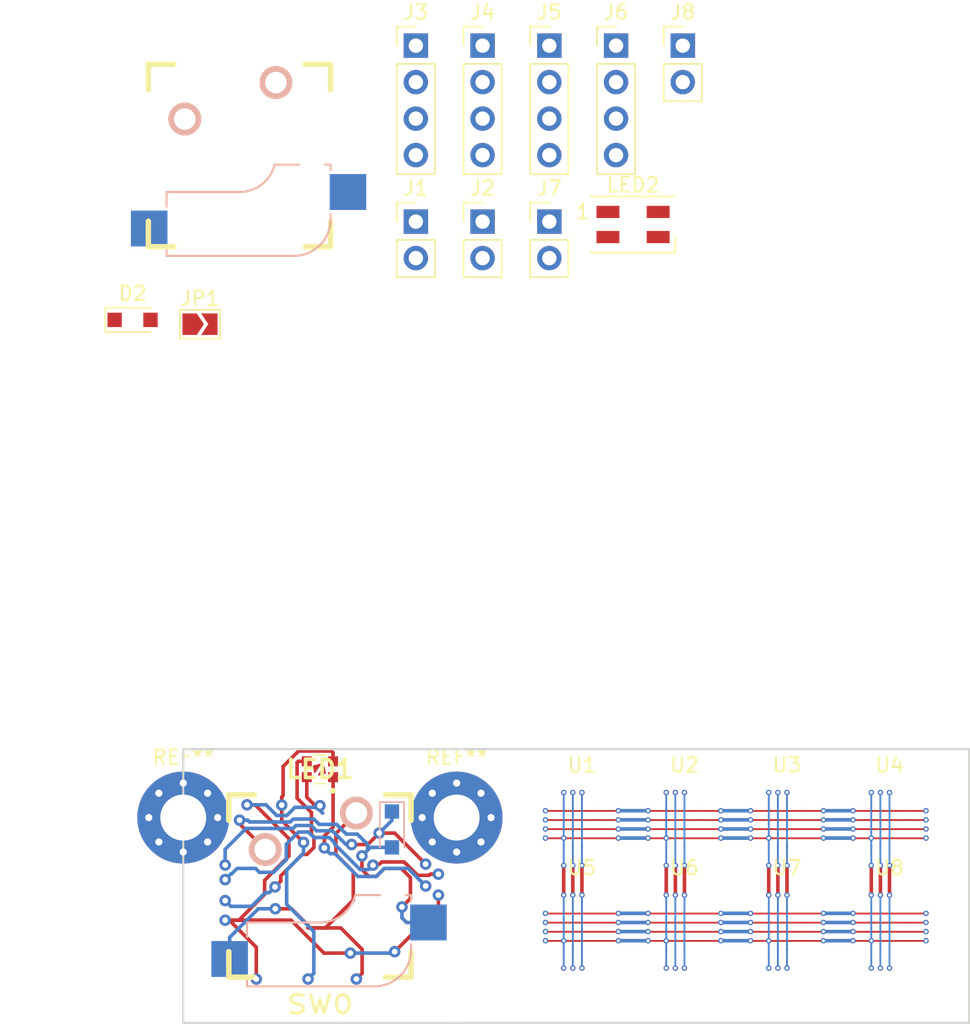
<source format=kicad_pcb>
(kicad_pcb (version 20171130) (host pcbnew "(5.1.5-0-10_14)")

  (general
    (thickness 1.6)
    (drawings 6)
    (tracks 230)
    (zones 0)
    (modules 25)
    (nets 71)
  )

  (page A4)
  (layers
    (0 F.Cu signal)
    (31 B.Cu signal)
    (32 B.Adhes user)
    (33 F.Adhes user)
    (34 B.Paste user)
    (35 F.Paste user)
    (36 B.SilkS user)
    (37 F.SilkS user)
    (38 B.Mask user)
    (39 F.Mask user)
    (40 Dwgs.User user)
    (41 Cmts.User user)
    (42 Eco1.User user)
    (43 Eco2.User user)
    (44 Edge.Cuts user)
    (45 Margin user)
    (46 B.CrtYd user)
    (47 F.CrtYd user)
    (48 B.Fab user)
    (49 F.Fab user)
  )

  (setup
    (last_trace_width 0.25)
    (trace_clearance 0.2)
    (zone_clearance 0.508)
    (zone_45_only no)
    (trace_min 0.2)
    (via_size 0.8)
    (via_drill 0.4)
    (via_min_size 0.4)
    (via_min_drill 0.3)
    (uvia_size 0.3)
    (uvia_drill 0.1)
    (uvias_allowed no)
    (uvia_min_size 0.2)
    (uvia_min_drill 0.1)
    (edge_width 0.15)
    (segment_width 0.2)
    (pcb_text_width 0.25)
    (pcb_text_size 1 1)
    (mod_edge_width 0.15)
    (mod_text_size 1 1)
    (mod_text_width 0.15)
    (pad_size 2.2 2.2)
    (pad_drill 2.2)
    (pad_to_mask_clearance 0.051)
    (solder_mask_min_width 0.25)
    (aux_axis_origin 0 0)
    (grid_origin 24.511 70.485)
    (visible_elements 7FFFFFFF)
    (pcbplotparams
      (layerselection 0x030f0_ffffffff)
      (usegerberextensions false)
      (usegerberattributes false)
      (usegerberadvancedattributes false)
      (creategerberjobfile false)
      (excludeedgelayer true)
      (linewidth 0.100000)
      (plotframeref false)
      (viasonmask false)
      (mode 1)
      (useauxorigin false)
      (hpglpennumber 1)
      (hpglpenspeed 20)
      (hpglpendiameter 15.000000)
      (psnegative false)
      (psa4output false)
      (plotreference true)
      (plotvalue true)
      (plotinvisibletext false)
      (padsonsilk false)
      (subtractmaskfromsilk false)
      (outputformat 1)
      (mirror false)
      (drillshape 0)
      (scaleselection 1)
      (outputdirectory "hkb43-0.9/"))
  )

  (net 0 "")
  (net 1 ROW0)
  (net 2 "Net-(D1-Pad2)")
  (net 3 ROW1)
  (net 4 COL0)
  (net 5 GND)
  (net 6 VCC)
  (net 7 LEDIN)
  (net 8 LEDOUT)
  (net 9 "Net-(D2-Pad2)")
  (net 10 COL1)
  (net 11 LED)
  (net 12 "Net-(J6-Pad3)")
  (net 13 COL3)
  (net 14 COL2)
  (net 15 "Net-(U1-Pad8)")
  (net 16 "Net-(U1-Pad11)")
  (net 17 "Net-(U1-Pad10)")
  (net 18 "Net-(U1-Pad9)")
  (net 19 "Net-(U1-Pad5)")
  (net 20 "Net-(U1-Pad6)")
  (net 21 "Net-(U1-Pad7)")
  (net 22 "Net-(U2-Pad7)")
  (net 23 "Net-(U2-Pad6)")
  (net 24 "Net-(U2-Pad5)")
  (net 25 "Net-(U2-Pad9)")
  (net 26 "Net-(U2-Pad10)")
  (net 27 "Net-(U2-Pad11)")
  (net 28 "Net-(U2-Pad8)")
  (net 29 "Net-(U3-Pad8)")
  (net 30 "Net-(U3-Pad11)")
  (net 31 "Net-(U3-Pad10)")
  (net 32 "Net-(U3-Pad9)")
  (net 33 "Net-(U3-Pad5)")
  (net 34 "Net-(U3-Pad6)")
  (net 35 "Net-(U3-Pad7)")
  (net 36 "Net-(U4-Pad7)")
  (net 37 "Net-(U4-Pad6)")
  (net 38 "Net-(U4-Pad5)")
  (net 39 "Net-(U4-Pad9)")
  (net 40 "Net-(U4-Pad10)")
  (net 41 "Net-(U4-Pad11)")
  (net 42 "Net-(U4-Pad8)")
  (net 43 "Net-(U5-Pad8)")
  (net 44 "Net-(U5-Pad11)")
  (net 45 "Net-(U5-Pad10)")
  (net 46 "Net-(U5-Pad9)")
  (net 47 "Net-(U5-Pad5)")
  (net 48 "Net-(U5-Pad6)")
  (net 49 "Net-(U5-Pad7)")
  (net 50 "Net-(U6-Pad7)")
  (net 51 "Net-(U6-Pad6)")
  (net 52 "Net-(U6-Pad5)")
  (net 53 "Net-(U6-Pad9)")
  (net 54 "Net-(U6-Pad10)")
  (net 55 "Net-(U6-Pad11)")
  (net 56 "Net-(U6-Pad8)")
  (net 57 "Net-(U7-Pad8)")
  (net 58 "Net-(U7-Pad11)")
  (net 59 "Net-(U7-Pad10)")
  (net 60 "Net-(U7-Pad9)")
  (net 61 "Net-(U7-Pad5)")
  (net 62 "Net-(U7-Pad6)")
  (net 63 "Net-(U7-Pad7)")
  (net 64 "Net-(U8-Pad7)")
  (net 65 "Net-(U8-Pad6)")
  (net 66 "Net-(U8-Pad5)")
  (net 67 "Net-(U8-Pad9)")
  (net 68 "Net-(U8-Pad10)")
  (net 69 "Net-(U8-Pad11)")
  (net 70 "Net-(U8-Pad8)")

  (net_class Default "This is the default net class."
    (clearance 0.2)
    (trace_width 0.25)
    (via_dia 0.8)
    (via_drill 0.4)
    (uvia_dia 0.3)
    (uvia_drill 0.1)
    (add_net COL0)
    (add_net COL1)
    (add_net COL2)
    (add_net COL3)
    (add_net GND)
    (add_net LED)
    (add_net LEDIN)
    (add_net LEDOUT)
    (add_net "Net-(D1-Pad2)")
    (add_net "Net-(D2-Pad2)")
    (add_net "Net-(J6-Pad3)")
    (add_net "Net-(U1-Pad10)")
    (add_net "Net-(U1-Pad11)")
    (add_net "Net-(U1-Pad5)")
    (add_net "Net-(U1-Pad6)")
    (add_net "Net-(U1-Pad7)")
    (add_net "Net-(U1-Pad8)")
    (add_net "Net-(U1-Pad9)")
    (add_net "Net-(U2-Pad10)")
    (add_net "Net-(U2-Pad11)")
    (add_net "Net-(U2-Pad5)")
    (add_net "Net-(U2-Pad6)")
    (add_net "Net-(U2-Pad7)")
    (add_net "Net-(U2-Pad8)")
    (add_net "Net-(U2-Pad9)")
    (add_net "Net-(U3-Pad10)")
    (add_net "Net-(U3-Pad11)")
    (add_net "Net-(U3-Pad5)")
    (add_net "Net-(U3-Pad6)")
    (add_net "Net-(U3-Pad7)")
    (add_net "Net-(U3-Pad8)")
    (add_net "Net-(U3-Pad9)")
    (add_net "Net-(U4-Pad10)")
    (add_net "Net-(U4-Pad11)")
    (add_net "Net-(U4-Pad5)")
    (add_net "Net-(U4-Pad6)")
    (add_net "Net-(U4-Pad7)")
    (add_net "Net-(U4-Pad8)")
    (add_net "Net-(U4-Pad9)")
    (add_net "Net-(U5-Pad10)")
    (add_net "Net-(U5-Pad11)")
    (add_net "Net-(U5-Pad5)")
    (add_net "Net-(U5-Pad6)")
    (add_net "Net-(U5-Pad7)")
    (add_net "Net-(U5-Pad8)")
    (add_net "Net-(U5-Pad9)")
    (add_net "Net-(U6-Pad10)")
    (add_net "Net-(U6-Pad11)")
    (add_net "Net-(U6-Pad5)")
    (add_net "Net-(U6-Pad6)")
    (add_net "Net-(U6-Pad7)")
    (add_net "Net-(U6-Pad8)")
    (add_net "Net-(U6-Pad9)")
    (add_net "Net-(U7-Pad10)")
    (add_net "Net-(U7-Pad11)")
    (add_net "Net-(U7-Pad5)")
    (add_net "Net-(U7-Pad6)")
    (add_net "Net-(U7-Pad7)")
    (add_net "Net-(U7-Pad8)")
    (add_net "Net-(U7-Pad9)")
    (add_net "Net-(U8-Pad10)")
    (add_net "Net-(U8-Pad11)")
    (add_net "Net-(U8-Pad5)")
    (add_net "Net-(U8-Pad6)")
    (add_net "Net-(U8-Pad7)")
    (add_net "Net-(U8-Pad8)")
    (add_net "Net-(U8-Pad9)")
    (add_net ROW0)
    (add_net ROW1)
    (add_net VCC)
  )

  (module HKB44:WS2812C2020 (layer F.Cu) (tedit 5EB64180) (tstamp 5EB63EE2)
    (at 24.511 62.357)
    (descr WS2812C-2020-2)
    (tags LED)
    (path /5EB6FE2C)
    (attr smd)
    (fp_text reference LED1 (at 0 0) (layer F.SilkS)
      (effects (font (size 1.27 1.27) (thickness 0.254)))
    )
    (fp_text value WS2812C-2020 (at 0 0) (layer F.SilkS) hide
      (effects (font (size 1.27 1.27) (thickness 0.254)))
    )
    (fp_text user %R (at 0 0) (layer F.Fab)
      (effects (font (size 1.27 1.27) (thickness 0.254)))
    )
    (fp_line (start -1.1 -1) (end 1.1 -1) (layer F.Fab) (width 0.2))
    (fp_line (start 1.1 -1) (end 1.1 1) (layer F.Fab) (width 0.2))
    (fp_line (start 1.1 1) (end -1.1 1) (layer F.Fab) (width 0.2))
    (fp_line (start -1.1 1) (end -1.1 -1) (layer F.Fab) (width 0.2))
    (fp_line (start -2.265 -2) (end 2.265 -2) (layer F.CrtYd) (width 0.1))
    (fp_line (start 2.265 -2) (end 2.265 2) (layer F.CrtYd) (width 0.1))
    (fp_line (start 2.265 2) (end -2.265 2) (layer F.CrtYd) (width 0.1))
    (fp_line (start -2.265 2) (end -2.265 -2) (layer F.CrtYd) (width 0.1))
    (fp_line (start -0.4 -1) (end 0.4 -1) (layer F.SilkS) (width 0.1))
    (fp_line (start -0.4 1) (end 0.4 1) (layer F.SilkS) (width 0.1))
    (fp_line (start 0.8 1.5) (end 0.8 1.5) (layer F.SilkS) (width 0.2))
    (fp_line (start 1 1.5) (end 1 1.5) (layer F.SilkS) (width 0.2))
    (fp_arc (start 0.9 1.5) (end 0.8 1.5) (angle -180) (layer F.SilkS) (width 0.2))
    (fp_arc (start 0.9 1.5) (end 1 1.5) (angle -180) (layer F.SilkS) (width 0.2))
    (fp_poly (pts (xy 0.3683 0.2794) (xy -0.0762 0.3937) (xy -0.0889 0.3937) (xy 0.2794 -0.1524)) (layer F.Cu) (width 0.1))
    (fp_poly (pts (xy -0.4445 -0.2159) (xy 0 -0.3302) (xy 0.0127 -0.3302) (xy -0.3556 0.2159)) (layer F.Cu) (width 0.1))
    (pad 1 smd rect (at 0.915 0.55 90) (size 0.7 0.7) (layers F.Cu F.Paste F.Mask)
      (net 8 LEDOUT))
    (pad 2 smd rect (at 0.915 -0.55 90) (size 0.7 0.7) (layers F.Cu F.Paste F.Mask)
      (net 5 GND))
    (pad 3 smd rect (at -0.915 -0.55 90) (size 0.7 0.7) (layers F.Cu F.Paste F.Mask)
      (net 7 LEDIN))
    (pad 4 smd rect (at -0.915 0.55 90) (size 0.7 0.7) (layers F.Cu F.Paste F.Mask)
      (net 6 VCC))
    (model WS2812C-2020.stp
      (at (xyz 0 0 0))
      (scale (xyz 1 1 1))
      (rotate (xyz 0 0 0))
    )
  )

  (module MountingHole:MountingHole_3.2mm_M3_Pad_Via (layer F.Cu) (tedit 56DDBCCA) (tstamp 5EB6A105)
    (at 14.986 65.7225)
    (descr "Mounting Hole 3.2mm, M3")
    (tags "mounting hole 3.2mm m3")
    (attr virtual)
    (fp_text reference REF** (at 0 -4.2) (layer F.SilkS)
      (effects (font (size 1 1) (thickness 0.15)))
    )
    (fp_text value MountingHole_3.2mm_M3_Pad_Via (at 0 4.2) (layer F.Fab)
      (effects (font (size 1 1) (thickness 0.15)))
    )
    (fp_text user %R (at 0.3 0) (layer F.Fab)
      (effects (font (size 1 1) (thickness 0.15)))
    )
    (fp_circle (center 0 0) (end 3.2 0) (layer Cmts.User) (width 0.15))
    (fp_circle (center 0 0) (end 3.45 0) (layer F.CrtYd) (width 0.05))
    (pad 1 thru_hole circle (at 0 0) (size 6.4 6.4) (drill 3.2) (layers *.Cu *.Mask))
    (pad 1 thru_hole circle (at 2.4 0) (size 0.8 0.8) (drill 0.5) (layers *.Cu *.Mask))
    (pad 1 thru_hole circle (at 1.697056 1.697056) (size 0.8 0.8) (drill 0.5) (layers *.Cu *.Mask))
    (pad 1 thru_hole circle (at 0 2.4) (size 0.8 0.8) (drill 0.5) (layers *.Cu *.Mask))
    (pad 1 thru_hole circle (at -1.697056 1.697056) (size 0.8 0.8) (drill 0.5) (layers *.Cu *.Mask))
    (pad 1 thru_hole circle (at -2.4 0) (size 0.8 0.8) (drill 0.5) (layers *.Cu *.Mask))
    (pad 1 thru_hole circle (at -1.697056 -1.697056) (size 0.8 0.8) (drill 0.5) (layers *.Cu *.Mask))
    (pad 1 thru_hole circle (at 0 -2.4) (size 0.8 0.8) (drill 0.5) (layers *.Cu *.Mask))
    (pad 1 thru_hole circle (at 1.697056 -1.697056) (size 0.8 0.8) (drill 0.5) (layers *.Cu *.Mask))
  )

  (module MountingHole:MountingHole_3.2mm_M3_Pad_Via (layer F.Cu) (tedit 56DDBCCA) (tstamp 5EB698AD)
    (at 34.036 65.7225)
    (descr "Mounting Hole 3.2mm, M3")
    (tags "mounting hole 3.2mm m3")
    (attr virtual)
    (fp_text reference REF** (at 0 -4.2) (layer F.SilkS)
      (effects (font (size 1 1) (thickness 0.15)))
    )
    (fp_text value MountingHole_3.2mm_M3_Pad_Via (at 0 4.2) (layer F.Fab)
      (effects (font (size 1 1) (thickness 0.15)))
    )
    (fp_circle (center 0 0) (end 3.45 0) (layer F.CrtYd) (width 0.05))
    (fp_circle (center 0 0) (end 3.2 0) (layer Cmts.User) (width 0.15))
    (fp_text user %R (at 0.3 0) (layer F.Fab)
      (effects (font (size 1 1) (thickness 0.15)))
    )
    (pad 1 thru_hole circle (at 1.697056 -1.697056) (size 0.8 0.8) (drill 0.5) (layers *.Cu *.Mask))
    (pad 1 thru_hole circle (at 0 -2.4) (size 0.8 0.8) (drill 0.5) (layers *.Cu *.Mask))
    (pad 1 thru_hole circle (at -1.697056 -1.697056) (size 0.8 0.8) (drill 0.5) (layers *.Cu *.Mask))
    (pad 1 thru_hole circle (at -2.4 0) (size 0.8 0.8) (drill 0.5) (layers *.Cu *.Mask))
    (pad 1 thru_hole circle (at -1.697056 1.697056) (size 0.8 0.8) (drill 0.5) (layers *.Cu *.Mask))
    (pad 1 thru_hole circle (at 0 2.4) (size 0.8 0.8) (drill 0.5) (layers *.Cu *.Mask))
    (pad 1 thru_hole circle (at 1.697056 1.697056) (size 0.8 0.8) (drill 0.5) (layers *.Cu *.Mask))
    (pad 1 thru_hole circle (at 2.4 0) (size 0.8 0.8) (drill 0.5) (layers *.Cu *.Mask))
    (pad 1 thru_hole circle (at 0 0) (size 6.4 6.4) (drill 3.2) (layers *.Cu *.Mask))
  )

  (module Diode_SMD:D_SOD-323_HandSoldering (layer B.Cu) (tedit 58641869) (tstamp 5EB129D5)
    (at 29.5275 66.548 270)
    (descr SOD-323)
    (tags SOD-323)
    (path /5C48D356)
    (attr smd)
    (fp_text reference D1 (at -1.0795 2.7305 90) (layer B.SilkS)
      (effects (font (size 1 1) (thickness 0.15)) (justify mirror))
    )
    (fp_text value 1N4148 (at 0.1 -1.9 90) (layer B.Fab)
      (effects (font (size 1 1) (thickness 0.15)) (justify mirror))
    )
    (fp_text user %R (at 0 1.85 90) (layer B.Fab)
      (effects (font (size 1 1) (thickness 0.15)) (justify mirror))
    )
    (fp_line (start -1.9 0.85) (end -1.9 -0.85) (layer B.SilkS) (width 0.12))
    (fp_line (start 0.2 0) (end 0.45 0) (layer B.Fab) (width 0.1))
    (fp_line (start 0.2 -0.35) (end -0.3 0) (layer B.Fab) (width 0.1))
    (fp_line (start 0.2 0.35) (end 0.2 -0.35) (layer B.Fab) (width 0.1))
    (fp_line (start -0.3 0) (end 0.2 0.35) (layer B.Fab) (width 0.1))
    (fp_line (start -0.3 0) (end -0.5 0) (layer B.Fab) (width 0.1))
    (fp_line (start -0.3 0.35) (end -0.3 -0.35) (layer B.Fab) (width 0.1))
    (fp_line (start -0.9 -0.7) (end -0.9 0.7) (layer B.Fab) (width 0.1))
    (fp_line (start 0.9 -0.7) (end -0.9 -0.7) (layer B.Fab) (width 0.1))
    (fp_line (start 0.9 0.7) (end 0.9 -0.7) (layer B.Fab) (width 0.1))
    (fp_line (start -0.9 0.7) (end 0.9 0.7) (layer B.Fab) (width 0.1))
    (fp_line (start -2 0.95) (end 2 0.95) (layer B.CrtYd) (width 0.05))
    (fp_line (start 2 0.95) (end 2 -0.95) (layer B.CrtYd) (width 0.05))
    (fp_line (start -2 -0.95) (end 2 -0.95) (layer B.CrtYd) (width 0.05))
    (fp_line (start -2 0.95) (end -2 -0.95) (layer B.CrtYd) (width 0.05))
    (fp_line (start -1.9 -0.85) (end 1.25 -0.85) (layer B.SilkS) (width 0.12))
    (fp_line (start -1.9 0.85) (end 1.25 0.85) (layer B.SilkS) (width 0.12))
    (pad 1 smd rect (at -1.25 0 270) (size 1 1) (layers B.Cu B.Paste B.Mask)
      (net 1 ROW0))
    (pad 2 smd rect (at 1.25 0 270) (size 1 1) (layers B.Cu B.Paste B.Mask)
      (net 2 "Net-(D1-Pad2)"))
    (model ${KISYS3DMOD}/Diode_SMD.3dshapes/D_SOD-323.wrl
      (at (xyz 0 0 0))
      (scale (xyz 1 1 1))
      (rotate (xyz 0 0 0))
    )
  )

  (module HKB44:MX_PCB_100H_socket (layer F.Cu) (tedit 5CC7DB75) (tstamp 5EB208B2)
    (at 24.511 70.485)
    (path /5C4637D0)
    (fp_text reference SW0 (at 0 8.255) (layer F.SilkS)
      (effects (font (size 1.27 1.524) (thickness 0.2032)))
    )
    (fp_text value SW_Push (at -0.0635 10.6045) (layer F.SilkS) hide
      (effects (font (size 1.27 1.524) (thickness 0.2032)))
    )
    (fp_line (start -6.985 6.985) (end -6.985 -6.985) (layer Eco2.User) (width 0.1524))
    (fp_line (start 6.985 6.985) (end -6.985 6.985) (layer Eco2.User) (width 0.1524))
    (fp_line (start 6.985 -6.985) (end 6.985 6.985) (layer Eco2.User) (width 0.1524))
    (fp_line (start -6.985 -6.985) (end 6.985 -6.985) (layer Eco2.User) (width 0.1524))
    (fp_line (start -6.35 -4.572) (end -6.35 -6.35) (layer F.SilkS) (width 0.381))
    (fp_line (start -6.35 6.35) (end -6.35 4.572) (layer F.SilkS) (width 0.381))
    (fp_line (start -4.572 6.35) (end -6.35 6.35) (layer F.SilkS) (width 0.381))
    (fp_line (start 6.35 6.35) (end 4.572 6.35) (layer F.SilkS) (width 0.381))
    (fp_line (start 6.35 4.572) (end 6.35 6.35) (layer F.SilkS) (width 0.381))
    (fp_line (start 6.35 -6.35) (end 6.35 -4.572) (layer F.SilkS) (width 0.381))
    (fp_line (start 4.572 -6.35) (end 6.35 -6.35) (layer F.SilkS) (width 0.381))
    (fp_line (start -6.35 -6.35) (end -4.572 -6.35) (layer F.SilkS) (width 0.381))
    (fp_line (start -9.398 9.398) (end -9.398 -9.398) (layer Dwgs.User) (width 0.1524))
    (fp_line (start 9.398 9.398) (end -9.398 9.398) (layer Dwgs.User) (width 0.1524))
    (fp_line (start 9.398 -9.398) (end 9.398 9.398) (layer Dwgs.User) (width 0.1524))
    (fp_line (start -9.398 -9.398) (end 9.398 -9.398) (layer Dwgs.User) (width 0.1524))
    (fp_line (start -6.35 6.35) (end -6.35 -6.35) (layer Cmts.User) (width 0.1524))
    (fp_line (start 6.35 6.35) (end -6.35 6.35) (layer Cmts.User) (width 0.1524))
    (fp_line (start 6.35 -6.35) (end 6.35 6.35) (layer Cmts.User) (width 0.1524))
    (fp_line (start -6.35 -6.35) (end 6.35 -6.35) (layer Cmts.User) (width 0.1524))
    (fp_text user 1.00u (at -6.096 8.1915) (layer Dwgs.User)
      (effects (font (size 1.524 1.524) (thickness 0.3048)))
    )
    (fp_line (start -7.62 6.35) (end -5.08 6.35) (layer B.Fab) (width 0.12))
    (fp_line (start -7.62 3.81) (end -7.62 6.35) (layer B.Fab) (width 0.12))
    (fp_line (start -5.08 3.81) (end -7.62 3.81) (layer B.Fab) (width 0.12))
    (fp_line (start 8.89 1.27) (end 6.35 1.27) (layer B.Fab) (width 0.12))
    (fp_line (start 8.89 3.81) (end 8.89 1.27) (layer B.Fab) (width 0.12))
    (fp_line (start 6.35 3.81) (end 8.89 3.81) (layer B.Fab) (width 0.12))
    (fp_line (start -5.08 6.985) (end 3.81 6.985) (layer B.Fab) (width 0.12))
    (fp_line (start -5.08 2.54) (end -5.08 6.985) (layer B.Fab) (width 0.12))
    (fp_line (start 0 2.54) (end -5.08 2.54) (layer B.Fab) (width 0.12))
    (fp_line (start 6.35 0.635) (end 2.54 0.635) (layer B.Fab) (width 0.12))
    (fp_line (start 6.35 4.445) (end 6.35 0.635) (layer B.Fab) (width 0.12))
    (fp_arc (start 0 0) (end 0 2.54) (angle -75.96375653) (layer B.Fab) (width 0.12))
    (fp_arc (start 3.81 4.445) (end 3.81 6.985) (angle -90) (layer B.Fab) (width 0.12))
    (fp_line (start -5.08 6.985) (end 3.81 6.985) (layer B.SilkS) (width 0.15))
    (fp_line (start -5.08 6.604) (end -5.08 6.985) (layer B.SilkS) (width 0.15))
    (fp_line (start -5.08 2.54) (end -5.08 3.556) (layer B.SilkS) (width 0.15))
    (fp_line (start 0 2.54) (end -5.08 2.54) (layer B.SilkS) (width 0.15))
    (fp_line (start 4.191 0.635) (end 2.54 0.635) (layer B.SilkS) (width 0.15))
    (fp_line (start 6.35 0.635) (end 5.969 0.635) (layer B.SilkS) (width 0.15))
    (fp_line (start 6.35 1.016) (end 6.35 0.635) (layer B.SilkS) (width 0.15))
    (fp_line (start 6.35 4.445) (end 6.35 4.064) (layer B.SilkS) (width 0.15))
    (fp_arc (start 0 0) (end 0 2.54) (angle -75.96375653) (layer B.SilkS) (width 0.15))
    (fp_arc (start 3.81 4.445) (end 3.81 6.985) (angle -90) (layer B.SilkS) (width 0.15))
    (pad HOLE np_thru_hole circle (at 5.08 0) (size 1.8 1.8) (drill 1.8) (layers *.Cu))
    (pad HOLE np_thru_hole circle (at -5.08 0) (size 1.8 1.8) (drill 1.8) (layers *.Cu))
    (pad HOLE np_thru_hole circle (at 0 0) (size 3.9878 3.9878) (drill 3.9878) (layers *.Cu))
    (pad 2 thru_hole circle (at -3.81 -2.54) (size 2.286 2.286) (drill 1.4986) (layers *.Cu *.SilkS *.Mask)
      (net 2 "Net-(D1-Pad2)"))
    (pad 1 thru_hole circle (at 2.54 -5.08) (size 2.286 2.286) (drill 1.4986) (layers *.Cu *.SilkS *.Mask)
      (net 4 COL0))
    (pad 2 smd rect (at 7.56 2.54) (size 2.55 2.5) (layers B.Cu B.Paste B.Mask)
      (net 2 "Net-(D1-Pad2)"))
    (pad "" np_thru_hole circle (at 3.81 2.54) (size 3 3) (drill 3) (layers *.Cu *.Mask))
    (pad "" np_thru_hole circle (at -2.54 5.08) (size 3 3) (drill 3) (layers *.Cu *.Mask))
    (pad 1 smd rect (at -6.29 5.08) (size 2.55 2.5) (layers B.Cu B.Paste B.Mask)
      (net 4 COL0))
  )

  (module Diode_SMD:D_SOD-323_HandSoldering (layer F.Cu) (tedit 58641869) (tstamp 5EB7A10A)
    (at 11.454751 31.075001)
    (descr SOD-323)
    (tags SOD-323)
    (path /5EBF93AE)
    (attr smd)
    (fp_text reference D2 (at 0 -1.85) (layer F.SilkS)
      (effects (font (size 1 1) (thickness 0.15)))
    )
    (fp_text value 1N4148 (at 0.1 1.9) (layer F.Fab)
      (effects (font (size 1 1) (thickness 0.15)))
    )
    (fp_text user %R (at 0 -1.85) (layer F.Fab)
      (effects (font (size 1 1) (thickness 0.15)))
    )
    (fp_line (start -1.9 -0.85) (end -1.9 0.85) (layer F.SilkS) (width 0.12))
    (fp_line (start 0.2 0) (end 0.45 0) (layer F.Fab) (width 0.1))
    (fp_line (start 0.2 0.35) (end -0.3 0) (layer F.Fab) (width 0.1))
    (fp_line (start 0.2 -0.35) (end 0.2 0.35) (layer F.Fab) (width 0.1))
    (fp_line (start -0.3 0) (end 0.2 -0.35) (layer F.Fab) (width 0.1))
    (fp_line (start -0.3 0) (end -0.5 0) (layer F.Fab) (width 0.1))
    (fp_line (start -0.3 -0.35) (end -0.3 0.35) (layer F.Fab) (width 0.1))
    (fp_line (start -0.9 0.7) (end -0.9 -0.7) (layer F.Fab) (width 0.1))
    (fp_line (start 0.9 0.7) (end -0.9 0.7) (layer F.Fab) (width 0.1))
    (fp_line (start 0.9 -0.7) (end 0.9 0.7) (layer F.Fab) (width 0.1))
    (fp_line (start -0.9 -0.7) (end 0.9 -0.7) (layer F.Fab) (width 0.1))
    (fp_line (start -2 -0.95) (end 2 -0.95) (layer F.CrtYd) (width 0.05))
    (fp_line (start 2 -0.95) (end 2 0.95) (layer F.CrtYd) (width 0.05))
    (fp_line (start -2 0.95) (end 2 0.95) (layer F.CrtYd) (width 0.05))
    (fp_line (start -2 -0.95) (end -2 0.95) (layer F.CrtYd) (width 0.05))
    (fp_line (start -1.9 0.85) (end 1.25 0.85) (layer F.SilkS) (width 0.12))
    (fp_line (start -1.9 -0.85) (end 1.25 -0.85) (layer F.SilkS) (width 0.12))
    (pad 1 smd rect (at -1.25 0) (size 1 1) (layers F.Cu F.Paste F.Mask)
      (net 1 ROW0))
    (pad 2 smd rect (at 1.25 0) (size 1 1) (layers F.Cu F.Paste F.Mask)
      (net 9 "Net-(D2-Pad2)"))
    (model ${KISYS3DMOD}/Diode_SMD.3dshapes/D_SOD-323.wrl
      (at (xyz 0 0 0))
      (scale (xyz 1 1 1))
      (rotate (xyz 0 0 0))
    )
  )

  (module Connector_PinHeader_2.54mm:PinHeader_1x02_P2.54mm_Vertical (layer F.Cu) (tedit 59FED5CC) (tstamp 5EB7A120)
    (at 31.194751 24.235001)
    (descr "Through hole straight pin header, 1x02, 2.54mm pitch, single row")
    (tags "Through hole pin header THT 1x02 2.54mm single row")
    (path /5EBE7750)
    (fp_text reference J1 (at 0 -2.33) (layer F.SilkS)
      (effects (font (size 1 1) (thickness 0.15)))
    )
    (fp_text value Conn_01x02_Male (at 0 4.87) (layer F.Fab)
      (effects (font (size 1 1) (thickness 0.15)))
    )
    (fp_line (start -0.635 -1.27) (end 1.27 -1.27) (layer F.Fab) (width 0.1))
    (fp_line (start 1.27 -1.27) (end 1.27 3.81) (layer F.Fab) (width 0.1))
    (fp_line (start 1.27 3.81) (end -1.27 3.81) (layer F.Fab) (width 0.1))
    (fp_line (start -1.27 3.81) (end -1.27 -0.635) (layer F.Fab) (width 0.1))
    (fp_line (start -1.27 -0.635) (end -0.635 -1.27) (layer F.Fab) (width 0.1))
    (fp_line (start -1.33 3.87) (end 1.33 3.87) (layer F.SilkS) (width 0.12))
    (fp_line (start -1.33 1.27) (end -1.33 3.87) (layer F.SilkS) (width 0.12))
    (fp_line (start 1.33 1.27) (end 1.33 3.87) (layer F.SilkS) (width 0.12))
    (fp_line (start -1.33 1.27) (end 1.33 1.27) (layer F.SilkS) (width 0.12))
    (fp_line (start -1.33 0) (end -1.33 -1.33) (layer F.SilkS) (width 0.12))
    (fp_line (start -1.33 -1.33) (end 0 -1.33) (layer F.SilkS) (width 0.12))
    (fp_line (start -1.8 -1.8) (end -1.8 4.35) (layer F.CrtYd) (width 0.05))
    (fp_line (start -1.8 4.35) (end 1.8 4.35) (layer F.CrtYd) (width 0.05))
    (fp_line (start 1.8 4.35) (end 1.8 -1.8) (layer F.CrtYd) (width 0.05))
    (fp_line (start 1.8 -1.8) (end -1.8 -1.8) (layer F.CrtYd) (width 0.05))
    (fp_text user %R (at 0 1.27 90) (layer F.Fab)
      (effects (font (size 1 1) (thickness 0.15)))
    )
    (pad 1 thru_hole rect (at 0 0) (size 1.7 1.7) (drill 1) (layers *.Cu *.Mask)
      (net 4 COL0))
    (pad 2 thru_hole oval (at 0 2.54) (size 1.7 1.7) (drill 1) (layers *.Cu *.Mask)
      (net 6 VCC))
    (model ${KISYS3DMOD}/Connector_PinHeader_2.54mm.3dshapes/PinHeader_1x02_P2.54mm_Vertical.wrl
      (at (xyz 0 0 0))
      (scale (xyz 1 1 1))
      (rotate (xyz 0 0 0))
    )
  )

  (module Connector_PinHeader_2.54mm:PinHeader_1x02_P2.54mm_Vertical (layer F.Cu) (tedit 59FED5CC) (tstamp 5EB7A136)
    (at 35.844751 24.235001)
    (descr "Through hole straight pin header, 1x02, 2.54mm pitch, single row")
    (tags "Through hole pin header THT 1x02 2.54mm single row")
    (path /5EBF93FA)
    (fp_text reference J2 (at 0 -2.33) (layer F.SilkS)
      (effects (font (size 1 1) (thickness 0.15)))
    )
    (fp_text value Conn_01x02_Male (at 0 4.87) (layer F.Fab)
      (effects (font (size 1 1) (thickness 0.15)))
    )
    (fp_line (start -0.635 -1.27) (end 1.27 -1.27) (layer F.Fab) (width 0.1))
    (fp_line (start 1.27 -1.27) (end 1.27 3.81) (layer F.Fab) (width 0.1))
    (fp_line (start 1.27 3.81) (end -1.27 3.81) (layer F.Fab) (width 0.1))
    (fp_line (start -1.27 3.81) (end -1.27 -0.635) (layer F.Fab) (width 0.1))
    (fp_line (start -1.27 -0.635) (end -0.635 -1.27) (layer F.Fab) (width 0.1))
    (fp_line (start -1.33 3.87) (end 1.33 3.87) (layer F.SilkS) (width 0.12))
    (fp_line (start -1.33 1.27) (end -1.33 3.87) (layer F.SilkS) (width 0.12))
    (fp_line (start 1.33 1.27) (end 1.33 3.87) (layer F.SilkS) (width 0.12))
    (fp_line (start -1.33 1.27) (end 1.33 1.27) (layer F.SilkS) (width 0.12))
    (fp_line (start -1.33 0) (end -1.33 -1.33) (layer F.SilkS) (width 0.12))
    (fp_line (start -1.33 -1.33) (end 0 -1.33) (layer F.SilkS) (width 0.12))
    (fp_line (start -1.8 -1.8) (end -1.8 4.35) (layer F.CrtYd) (width 0.05))
    (fp_line (start -1.8 4.35) (end 1.8 4.35) (layer F.CrtYd) (width 0.05))
    (fp_line (start 1.8 4.35) (end 1.8 -1.8) (layer F.CrtYd) (width 0.05))
    (fp_line (start 1.8 -1.8) (end -1.8 -1.8) (layer F.CrtYd) (width 0.05))
    (fp_text user %R (at 0 1.27 90) (layer F.Fab)
      (effects (font (size 1 1) (thickness 0.15)))
    )
    (pad 1 thru_hole rect (at 0 0) (size 1.7 1.7) (drill 1) (layers *.Cu *.Mask)
      (net 10 COL1))
    (pad 2 thru_hole oval (at 0 2.54) (size 1.7 1.7) (drill 1) (layers *.Cu *.Mask)
      (net 6 VCC))
    (model ${KISYS3DMOD}/Connector_PinHeader_2.54mm.3dshapes/PinHeader_1x02_P2.54mm_Vertical.wrl
      (at (xyz 0 0 0))
      (scale (xyz 1 1 1))
      (rotate (xyz 0 0 0))
    )
  )

  (module Connector_PinHeader_2.54mm:PinHeader_1x04_P2.54mm_Vertical (layer F.Cu) (tedit 59FED5CC) (tstamp 5EB7A14E)
    (at 31.194751 11.985001)
    (descr "Through hole straight pin header, 1x04, 2.54mm pitch, single row")
    (tags "Through hole pin header THT 1x04 2.54mm single row")
    (path /5EBE24BD)
    (fp_text reference J3 (at 0 -2.33) (layer F.SilkS)
      (effects (font (size 1 1) (thickness 0.15)))
    )
    (fp_text value Conn_01x04_Male (at 0 9.95) (layer F.Fab)
      (effects (font (size 1 1) (thickness 0.15)))
    )
    (fp_line (start -0.635 -1.27) (end 1.27 -1.27) (layer F.Fab) (width 0.1))
    (fp_line (start 1.27 -1.27) (end 1.27 8.89) (layer F.Fab) (width 0.1))
    (fp_line (start 1.27 8.89) (end -1.27 8.89) (layer F.Fab) (width 0.1))
    (fp_line (start -1.27 8.89) (end -1.27 -0.635) (layer F.Fab) (width 0.1))
    (fp_line (start -1.27 -0.635) (end -0.635 -1.27) (layer F.Fab) (width 0.1))
    (fp_line (start -1.33 8.95) (end 1.33 8.95) (layer F.SilkS) (width 0.12))
    (fp_line (start -1.33 1.27) (end -1.33 8.95) (layer F.SilkS) (width 0.12))
    (fp_line (start 1.33 1.27) (end 1.33 8.95) (layer F.SilkS) (width 0.12))
    (fp_line (start -1.33 1.27) (end 1.33 1.27) (layer F.SilkS) (width 0.12))
    (fp_line (start -1.33 0) (end -1.33 -1.33) (layer F.SilkS) (width 0.12))
    (fp_line (start -1.33 -1.33) (end 0 -1.33) (layer F.SilkS) (width 0.12))
    (fp_line (start -1.8 -1.8) (end -1.8 9.4) (layer F.CrtYd) (width 0.05))
    (fp_line (start -1.8 9.4) (end 1.8 9.4) (layer F.CrtYd) (width 0.05))
    (fp_line (start 1.8 9.4) (end 1.8 -1.8) (layer F.CrtYd) (width 0.05))
    (fp_line (start 1.8 -1.8) (end -1.8 -1.8) (layer F.CrtYd) (width 0.05))
    (fp_text user %R (at 0 3.81 90) (layer F.Fab)
      (effects (font (size 1 1) (thickness 0.15)))
    )
    (pad 1 thru_hole rect (at 0 0) (size 1.7 1.7) (drill 1) (layers *.Cu *.Mask)
      (net 1 ROW0))
    (pad 2 thru_hole oval (at 0 2.54) (size 1.7 1.7) (drill 1) (layers *.Cu *.Mask)
      (net 3 ROW1))
    (pad 3 thru_hole oval (at 0 5.08) (size 1.7 1.7) (drill 1) (layers *.Cu *.Mask)
      (net 7 LEDIN))
    (pad 4 thru_hole oval (at 0 7.62) (size 1.7 1.7) (drill 1) (layers *.Cu *.Mask)
      (net 6 VCC))
    (model ${KISYS3DMOD}/Connector_PinHeader_2.54mm.3dshapes/PinHeader_1x04_P2.54mm_Vertical.wrl
      (at (xyz 0 0 0))
      (scale (xyz 1 1 1))
      (rotate (xyz 0 0 0))
    )
  )

  (module Connector_PinHeader_2.54mm:PinHeader_1x04_P2.54mm_Vertical (layer F.Cu) (tedit 59FED5CC) (tstamp 5EB7A166)
    (at 35.844751 11.985001)
    (descr "Through hole straight pin header, 1x04, 2.54mm pitch, single row")
    (tags "Through hole pin header THT 1x04 2.54mm single row")
    (path /5EBF93DE)
    (fp_text reference J4 (at 0 -2.33) (layer F.SilkS)
      (effects (font (size 1 1) (thickness 0.15)))
    )
    (fp_text value Conn_01x04_Male (at 0 9.95) (layer F.Fab)
      (effects (font (size 1 1) (thickness 0.15)))
    )
    (fp_line (start -0.635 -1.27) (end 1.27 -1.27) (layer F.Fab) (width 0.1))
    (fp_line (start 1.27 -1.27) (end 1.27 8.89) (layer F.Fab) (width 0.1))
    (fp_line (start 1.27 8.89) (end -1.27 8.89) (layer F.Fab) (width 0.1))
    (fp_line (start -1.27 8.89) (end -1.27 -0.635) (layer F.Fab) (width 0.1))
    (fp_line (start -1.27 -0.635) (end -0.635 -1.27) (layer F.Fab) (width 0.1))
    (fp_line (start -1.33 8.95) (end 1.33 8.95) (layer F.SilkS) (width 0.12))
    (fp_line (start -1.33 1.27) (end -1.33 8.95) (layer F.SilkS) (width 0.12))
    (fp_line (start 1.33 1.27) (end 1.33 8.95) (layer F.SilkS) (width 0.12))
    (fp_line (start -1.33 1.27) (end 1.33 1.27) (layer F.SilkS) (width 0.12))
    (fp_line (start -1.33 0) (end -1.33 -1.33) (layer F.SilkS) (width 0.12))
    (fp_line (start -1.33 -1.33) (end 0 -1.33) (layer F.SilkS) (width 0.12))
    (fp_line (start -1.8 -1.8) (end -1.8 9.4) (layer F.CrtYd) (width 0.05))
    (fp_line (start -1.8 9.4) (end 1.8 9.4) (layer F.CrtYd) (width 0.05))
    (fp_line (start 1.8 9.4) (end 1.8 -1.8) (layer F.CrtYd) (width 0.05))
    (fp_line (start 1.8 -1.8) (end -1.8 -1.8) (layer F.CrtYd) (width 0.05))
    (fp_text user %R (at 0 3.81 90) (layer F.Fab)
      (effects (font (size 1 1) (thickness 0.15)))
    )
    (pad 1 thru_hole rect (at 0 0) (size 1.7 1.7) (drill 1) (layers *.Cu *.Mask)
      (net 1 ROW0))
    (pad 2 thru_hole oval (at 0 2.54) (size 1.7 1.7) (drill 1) (layers *.Cu *.Mask)
      (net 3 ROW1))
    (pad 3 thru_hole oval (at 0 5.08) (size 1.7 1.7) (drill 1) (layers *.Cu *.Mask)
      (net 11 LED))
    (pad 4 thru_hole oval (at 0 7.62) (size 1.7 1.7) (drill 1) (layers *.Cu *.Mask)
      (net 6 VCC))
    (model ${KISYS3DMOD}/Connector_PinHeader_2.54mm.3dshapes/PinHeader_1x04_P2.54mm_Vertical.wrl
      (at (xyz 0 0 0))
      (scale (xyz 1 1 1))
      (rotate (xyz 0 0 0))
    )
  )

  (module Connector_PinHeader_2.54mm:PinHeader_1x04_P2.54mm_Vertical (layer F.Cu) (tedit 59FED5CC) (tstamp 5EB7A17E)
    (at 40.494751 11.985001)
    (descr "Through hole straight pin header, 1x04, 2.54mm pitch, single row")
    (tags "Through hole pin header THT 1x04 2.54mm single row")
    (path /5EBE3E6A)
    (fp_text reference J5 (at 0 -2.33) (layer F.SilkS)
      (effects (font (size 1 1) (thickness 0.15)))
    )
    (fp_text value Conn_01x04_Male (at 0 9.95) (layer F.Fab)
      (effects (font (size 1 1) (thickness 0.15)))
    )
    (fp_text user %R (at 0 3.81 90) (layer F.Fab)
      (effects (font (size 1 1) (thickness 0.15)))
    )
    (fp_line (start 1.8 -1.8) (end -1.8 -1.8) (layer F.CrtYd) (width 0.05))
    (fp_line (start 1.8 9.4) (end 1.8 -1.8) (layer F.CrtYd) (width 0.05))
    (fp_line (start -1.8 9.4) (end 1.8 9.4) (layer F.CrtYd) (width 0.05))
    (fp_line (start -1.8 -1.8) (end -1.8 9.4) (layer F.CrtYd) (width 0.05))
    (fp_line (start -1.33 -1.33) (end 0 -1.33) (layer F.SilkS) (width 0.12))
    (fp_line (start -1.33 0) (end -1.33 -1.33) (layer F.SilkS) (width 0.12))
    (fp_line (start -1.33 1.27) (end 1.33 1.27) (layer F.SilkS) (width 0.12))
    (fp_line (start 1.33 1.27) (end 1.33 8.95) (layer F.SilkS) (width 0.12))
    (fp_line (start -1.33 1.27) (end -1.33 8.95) (layer F.SilkS) (width 0.12))
    (fp_line (start -1.33 8.95) (end 1.33 8.95) (layer F.SilkS) (width 0.12))
    (fp_line (start -1.27 -0.635) (end -0.635 -1.27) (layer F.Fab) (width 0.1))
    (fp_line (start -1.27 8.89) (end -1.27 -0.635) (layer F.Fab) (width 0.1))
    (fp_line (start 1.27 8.89) (end -1.27 8.89) (layer F.Fab) (width 0.1))
    (fp_line (start 1.27 -1.27) (end 1.27 8.89) (layer F.Fab) (width 0.1))
    (fp_line (start -0.635 -1.27) (end 1.27 -1.27) (layer F.Fab) (width 0.1))
    (pad 4 thru_hole oval (at 0 7.62) (size 1.7 1.7) (drill 1) (layers *.Cu *.Mask)
      (net 6 VCC))
    (pad 3 thru_hole oval (at 0 5.08) (size 1.7 1.7) (drill 1) (layers *.Cu *.Mask)
      (net 8 LEDOUT))
    (pad 2 thru_hole oval (at 0 2.54) (size 1.7 1.7) (drill 1) (layers *.Cu *.Mask)
      (net 3 ROW1))
    (pad 1 thru_hole rect (at 0 0) (size 1.7 1.7) (drill 1) (layers *.Cu *.Mask)
      (net 1 ROW0))
    (model ${KISYS3DMOD}/Connector_PinHeader_2.54mm.3dshapes/PinHeader_1x04_P2.54mm_Vertical.wrl
      (at (xyz 0 0 0))
      (scale (xyz 1 1 1))
      (rotate (xyz 0 0 0))
    )
  )

  (module Connector_PinHeader_2.54mm:PinHeader_1x04_P2.54mm_Vertical (layer F.Cu) (tedit 59FED5CC) (tstamp 5EB7A196)
    (at 45.144751 11.985001)
    (descr "Through hole straight pin header, 1x04, 2.54mm pitch, single row")
    (tags "Through hole pin header THT 1x04 2.54mm single row")
    (path /5EBF93EB)
    (fp_text reference J6 (at 0 -2.33) (layer F.SilkS)
      (effects (font (size 1 1) (thickness 0.15)))
    )
    (fp_text value Conn_01x04_Male (at 0 9.95) (layer F.Fab)
      (effects (font (size 1 1) (thickness 0.15)))
    )
    (fp_text user %R (at 0 3.81 90) (layer F.Fab)
      (effects (font (size 1 1) (thickness 0.15)))
    )
    (fp_line (start 1.8 -1.8) (end -1.8 -1.8) (layer F.CrtYd) (width 0.05))
    (fp_line (start 1.8 9.4) (end 1.8 -1.8) (layer F.CrtYd) (width 0.05))
    (fp_line (start -1.8 9.4) (end 1.8 9.4) (layer F.CrtYd) (width 0.05))
    (fp_line (start -1.8 -1.8) (end -1.8 9.4) (layer F.CrtYd) (width 0.05))
    (fp_line (start -1.33 -1.33) (end 0 -1.33) (layer F.SilkS) (width 0.12))
    (fp_line (start -1.33 0) (end -1.33 -1.33) (layer F.SilkS) (width 0.12))
    (fp_line (start -1.33 1.27) (end 1.33 1.27) (layer F.SilkS) (width 0.12))
    (fp_line (start 1.33 1.27) (end 1.33 8.95) (layer F.SilkS) (width 0.12))
    (fp_line (start -1.33 1.27) (end -1.33 8.95) (layer F.SilkS) (width 0.12))
    (fp_line (start -1.33 8.95) (end 1.33 8.95) (layer F.SilkS) (width 0.12))
    (fp_line (start -1.27 -0.635) (end -0.635 -1.27) (layer F.Fab) (width 0.1))
    (fp_line (start -1.27 8.89) (end -1.27 -0.635) (layer F.Fab) (width 0.1))
    (fp_line (start 1.27 8.89) (end -1.27 8.89) (layer F.Fab) (width 0.1))
    (fp_line (start 1.27 -1.27) (end 1.27 8.89) (layer F.Fab) (width 0.1))
    (fp_line (start -0.635 -1.27) (end 1.27 -1.27) (layer F.Fab) (width 0.1))
    (pad 4 thru_hole oval (at 0 7.62) (size 1.7 1.7) (drill 1) (layers *.Cu *.Mask)
      (net 6 VCC))
    (pad 3 thru_hole oval (at 0 5.08) (size 1.7 1.7) (drill 1) (layers *.Cu *.Mask)
      (net 12 "Net-(J6-Pad3)"))
    (pad 2 thru_hole oval (at 0 2.54) (size 1.7 1.7) (drill 1) (layers *.Cu *.Mask)
      (net 3 ROW1))
    (pad 1 thru_hole rect (at 0 0) (size 1.7 1.7) (drill 1) (layers *.Cu *.Mask)
      (net 1 ROW0))
    (model ${KISYS3DMOD}/Connector_PinHeader_2.54mm.3dshapes/PinHeader_1x04_P2.54mm_Vertical.wrl
      (at (xyz 0 0 0))
      (scale (xyz 1 1 1))
      (rotate (xyz 0 0 0))
    )
  )

  (module Connector_PinHeader_2.54mm:PinHeader_1x02_P2.54mm_Vertical (layer F.Cu) (tedit 59FED5CC) (tstamp 5EB7A1AC)
    (at 40.494751 24.235001)
    (descr "Through hole straight pin header, 1x02, 2.54mm pitch, single row")
    (tags "Through hole pin header THT 1x02 2.54mm single row")
    (path /5EBF416B)
    (fp_text reference J7 (at 0 -2.33) (layer F.SilkS)
      (effects (font (size 1 1) (thickness 0.15)))
    )
    (fp_text value Conn_01x02_Male (at 0 4.87) (layer F.Fab)
      (effects (font (size 1 1) (thickness 0.15)))
    )
    (fp_text user %R (at 0 1.27 90) (layer F.Fab)
      (effects (font (size 1 1) (thickness 0.15)))
    )
    (fp_line (start 1.8 -1.8) (end -1.8 -1.8) (layer F.CrtYd) (width 0.05))
    (fp_line (start 1.8 4.35) (end 1.8 -1.8) (layer F.CrtYd) (width 0.05))
    (fp_line (start -1.8 4.35) (end 1.8 4.35) (layer F.CrtYd) (width 0.05))
    (fp_line (start -1.8 -1.8) (end -1.8 4.35) (layer F.CrtYd) (width 0.05))
    (fp_line (start -1.33 -1.33) (end 0 -1.33) (layer F.SilkS) (width 0.12))
    (fp_line (start -1.33 0) (end -1.33 -1.33) (layer F.SilkS) (width 0.12))
    (fp_line (start -1.33 1.27) (end 1.33 1.27) (layer F.SilkS) (width 0.12))
    (fp_line (start 1.33 1.27) (end 1.33 3.87) (layer F.SilkS) (width 0.12))
    (fp_line (start -1.33 1.27) (end -1.33 3.87) (layer F.SilkS) (width 0.12))
    (fp_line (start -1.33 3.87) (end 1.33 3.87) (layer F.SilkS) (width 0.12))
    (fp_line (start -1.27 -0.635) (end -0.635 -1.27) (layer F.Fab) (width 0.1))
    (fp_line (start -1.27 3.81) (end -1.27 -0.635) (layer F.Fab) (width 0.1))
    (fp_line (start 1.27 3.81) (end -1.27 3.81) (layer F.Fab) (width 0.1))
    (fp_line (start 1.27 -1.27) (end 1.27 3.81) (layer F.Fab) (width 0.1))
    (fp_line (start -0.635 -1.27) (end 1.27 -1.27) (layer F.Fab) (width 0.1))
    (pad 2 thru_hole oval (at 0 2.54) (size 1.7 1.7) (drill 1) (layers *.Cu *.Mask)
      (net 6 VCC))
    (pad 1 thru_hole rect (at 0 0) (size 1.7 1.7) (drill 1) (layers *.Cu *.Mask)
      (net 4 COL0))
    (model ${KISYS3DMOD}/Connector_PinHeader_2.54mm.3dshapes/PinHeader_1x02_P2.54mm_Vertical.wrl
      (at (xyz 0 0 0))
      (scale (xyz 1 1 1))
      (rotate (xyz 0 0 0))
    )
  )

  (module Connector_PinHeader_2.54mm:PinHeader_1x02_P2.54mm_Vertical (layer F.Cu) (tedit 59FED5CC) (tstamp 5EB7A1C2)
    (at 49.794751 11.985001)
    (descr "Through hole straight pin header, 1x02, 2.54mm pitch, single row")
    (tags "Through hole pin header THT 1x02 2.54mm single row")
    (path /5EBF940D)
    (fp_text reference J8 (at 0 -2.33) (layer F.SilkS)
      (effects (font (size 1 1) (thickness 0.15)))
    )
    (fp_text value Conn_01x02_Male (at 0 4.87) (layer F.Fab)
      (effects (font (size 1 1) (thickness 0.15)))
    )
    (fp_text user %R (at 0 1.27 90) (layer F.Fab)
      (effects (font (size 1 1) (thickness 0.15)))
    )
    (fp_line (start 1.8 -1.8) (end -1.8 -1.8) (layer F.CrtYd) (width 0.05))
    (fp_line (start 1.8 4.35) (end 1.8 -1.8) (layer F.CrtYd) (width 0.05))
    (fp_line (start -1.8 4.35) (end 1.8 4.35) (layer F.CrtYd) (width 0.05))
    (fp_line (start -1.8 -1.8) (end -1.8 4.35) (layer F.CrtYd) (width 0.05))
    (fp_line (start -1.33 -1.33) (end 0 -1.33) (layer F.SilkS) (width 0.12))
    (fp_line (start -1.33 0) (end -1.33 -1.33) (layer F.SilkS) (width 0.12))
    (fp_line (start -1.33 1.27) (end 1.33 1.27) (layer F.SilkS) (width 0.12))
    (fp_line (start 1.33 1.27) (end 1.33 3.87) (layer F.SilkS) (width 0.12))
    (fp_line (start -1.33 1.27) (end -1.33 3.87) (layer F.SilkS) (width 0.12))
    (fp_line (start -1.33 3.87) (end 1.33 3.87) (layer F.SilkS) (width 0.12))
    (fp_line (start -1.27 -0.635) (end -0.635 -1.27) (layer F.Fab) (width 0.1))
    (fp_line (start -1.27 3.81) (end -1.27 -0.635) (layer F.Fab) (width 0.1))
    (fp_line (start 1.27 3.81) (end -1.27 3.81) (layer F.Fab) (width 0.1))
    (fp_line (start 1.27 -1.27) (end 1.27 3.81) (layer F.Fab) (width 0.1))
    (fp_line (start -0.635 -1.27) (end 1.27 -1.27) (layer F.Fab) (width 0.1))
    (pad 2 thru_hole oval (at 0 2.54) (size 1.7 1.7) (drill 1) (layers *.Cu *.Mask)
      (net 6 VCC))
    (pad 1 thru_hole rect (at 0 0) (size 1.7 1.7) (drill 1) (layers *.Cu *.Mask)
      (net 10 COL1))
    (model ${KISYS3DMOD}/Connector_PinHeader_2.54mm.3dshapes/PinHeader_1x02_P2.54mm_Vertical.wrl
      (at (xyz 0 0 0))
      (scale (xyz 1 1 1))
      (rotate (xyz 0 0 0))
    )
  )

  (module Jumper:SolderJumper-2_P1.3mm_Open_TrianglePad1.0x1.5mm (layer F.Cu) (tedit 5A64794F) (tstamp 5EB7A1D0)
    (at 16.154751 31.375001)
    (descr "SMD Solder Jumper, 1x1.5mm Triangular Pads, 0.3mm gap, open")
    (tags "solder jumper open")
    (path /5EBF82C2)
    (attr virtual)
    (fp_text reference JP1 (at 0 -1.8) (layer F.SilkS)
      (effects (font (size 1 1) (thickness 0.15)))
    )
    (fp_text value Jumper_NO_Small (at 0 1.9) (layer F.Fab)
      (effects (font (size 1 1) (thickness 0.15)))
    )
    (fp_line (start -1.4 1) (end -1.4 -1) (layer F.SilkS) (width 0.12))
    (fp_line (start 1.4 1) (end -1.4 1) (layer F.SilkS) (width 0.12))
    (fp_line (start 1.4 -1) (end 1.4 1) (layer F.SilkS) (width 0.12))
    (fp_line (start -1.4 -1) (end 1.4 -1) (layer F.SilkS) (width 0.12))
    (fp_line (start -1.65 -1.25) (end 1.65 -1.25) (layer F.CrtYd) (width 0.05))
    (fp_line (start -1.65 -1.25) (end -1.65 1.25) (layer F.CrtYd) (width 0.05))
    (fp_line (start 1.65 1.25) (end 1.65 -1.25) (layer F.CrtYd) (width 0.05))
    (fp_line (start 1.65 1.25) (end -1.65 1.25) (layer F.CrtYd) (width 0.05))
    (pad 2 smd custom (at 0.725 0) (size 0.3 0.3) (layers F.Cu F.Mask)
      (net 8 LEDOUT) (zone_connect 2)
      (options (clearance outline) (anchor rect))
      (primitives
        (gr_poly (pts
           (xy -0.65 -0.75) (xy 0.5 -0.75) (xy 0.5 0.75) (xy -0.65 0.75) (xy -0.15 0)
) (width 0))
      ))
    (pad 1 smd custom (at -0.725 0) (size 0.3 0.3) (layers F.Cu F.Mask)
      (net 7 LEDIN) (zone_connect 2)
      (options (clearance outline) (anchor rect))
      (primitives
        (gr_poly (pts
           (xy -0.5 -0.75) (xy 0.5 -0.75) (xy 1 0) (xy 0.5 0.75) (xy -0.5 0.75)
) (width 0))
      ))
  )

  (module LED_SMD:LED_SK6812MINI_PLCC4_3.5x3.5mm_P1.75mm (layer F.Cu) (tedit 5AA4B22F) (tstamp 5EB7A1E7)
    (at 46.329751 24.435001)
    (descr https://cdn-shop.adafruit.com/product-files/2686/SK6812MINI_REV.01-1-2.pdf)
    (tags "LED RGB NeoPixel Mini")
    (path /5EBF93A0)
    (attr smd)
    (fp_text reference LED2 (at 0 -2.75) (layer F.SilkS)
      (effects (font (size 1 1) (thickness 0.15)))
    )
    (fp_text value WS2812B (at 0 3.25) (layer F.Fab)
      (effects (font (size 1 1) (thickness 0.15)))
    )
    (fp_text user 1 (at -3.5 -0.875) (layer F.SilkS)
      (effects (font (size 1 1) (thickness 0.15)))
    )
    (fp_text user %R (at 0 0) (layer F.Fab)
      (effects (font (size 0.5 0.5) (thickness 0.1)))
    )
    (fp_line (start 2.8 -2) (end -2.8 -2) (layer F.CrtYd) (width 0.05))
    (fp_line (start 2.8 2) (end 2.8 -2) (layer F.CrtYd) (width 0.05))
    (fp_line (start -2.8 2) (end 2.8 2) (layer F.CrtYd) (width 0.05))
    (fp_line (start -2.8 -2) (end -2.8 2) (layer F.CrtYd) (width 0.05))
    (fp_line (start 1.75 0.75) (end 0.75 1.75) (layer F.Fab) (width 0.1))
    (fp_line (start -1.75 -1.75) (end -1.75 1.75) (layer F.Fab) (width 0.1))
    (fp_line (start -1.75 1.75) (end 1.75 1.75) (layer F.Fab) (width 0.1))
    (fp_line (start 1.75 1.75) (end 1.75 -1.75) (layer F.Fab) (width 0.1))
    (fp_line (start 1.75 -1.75) (end -1.75 -1.75) (layer F.Fab) (width 0.1))
    (fp_line (start -2.95 -1.95) (end 2.95 -1.95) (layer F.SilkS) (width 0.12))
    (fp_line (start -2.95 1.95) (end 2.95 1.95) (layer F.SilkS) (width 0.12))
    (fp_line (start 2.95 1.95) (end 2.95 0.875) (layer F.SilkS) (width 0.12))
    (fp_circle (center 0 0) (end 0 -1.5) (layer F.Fab) (width 0.1))
    (pad 3 smd rect (at 1.75 0.875) (size 1.6 0.85) (layers F.Cu F.Paste F.Mask)
      (net 5 GND))
    (pad 4 smd rect (at 1.75 -0.875) (size 1.6 0.85) (layers F.Cu F.Paste F.Mask)
      (net 11 LED))
    (pad 2 smd rect (at -1.75 0.875) (size 1.6 0.85) (layers F.Cu F.Paste F.Mask)
      (net 12 "Net-(J6-Pad3)"))
    (pad 1 smd rect (at -1.75 -0.875) (size 1.6 0.85) (layers F.Cu F.Paste F.Mask)
      (net 6 VCC))
    (model ${KISYS3DMOD}/LED_SMD.3dshapes/LED_SK6812MINI_PLCC4_3.5x3.5mm_P1.75mm.wrl
      (at (xyz 0 0 0))
      (scale (xyz 1 1 1))
      (rotate (xyz 0 0 0))
    )
  )

  (module HKB44:MX_PCB_100H_socket (layer F.Cu) (tedit 5CC7DB75) (tstamp 5EB7A220)
    (at 18.903951 19.634201)
    (path /5EBF93B8)
    (fp_text reference SW1 (at 0 3.175) (layer F.SilkS) hide
      (effects (font (size 1.27 1.524) (thickness 0.2032)))
    )
    (fp_text value SW_Push (at 0 5.08) (layer F.SilkS) hide
      (effects (font (size 1.27 1.524) (thickness 0.2032)))
    )
    (fp_line (start -6.985 6.985) (end -6.985 -6.985) (layer Eco2.User) (width 0.1524))
    (fp_line (start 6.985 6.985) (end -6.985 6.985) (layer Eco2.User) (width 0.1524))
    (fp_line (start 6.985 -6.985) (end 6.985 6.985) (layer Eco2.User) (width 0.1524))
    (fp_line (start -6.985 -6.985) (end 6.985 -6.985) (layer Eco2.User) (width 0.1524))
    (fp_line (start -6.35 -4.572) (end -6.35 -6.35) (layer F.SilkS) (width 0.381))
    (fp_line (start -6.35 6.35) (end -6.35 4.572) (layer F.SilkS) (width 0.381))
    (fp_line (start -4.572 6.35) (end -6.35 6.35) (layer F.SilkS) (width 0.381))
    (fp_line (start 6.35 6.35) (end 4.572 6.35) (layer F.SilkS) (width 0.381))
    (fp_line (start 6.35 4.572) (end 6.35 6.35) (layer F.SilkS) (width 0.381))
    (fp_line (start 6.35 -6.35) (end 6.35 -4.572) (layer F.SilkS) (width 0.381))
    (fp_line (start 4.572 -6.35) (end 6.35 -6.35) (layer F.SilkS) (width 0.381))
    (fp_line (start -6.35 -6.35) (end -4.572 -6.35) (layer F.SilkS) (width 0.381))
    (fp_line (start -9.398 9.398) (end -9.398 -9.398) (layer Dwgs.User) (width 0.1524))
    (fp_line (start 9.398 9.398) (end -9.398 9.398) (layer Dwgs.User) (width 0.1524))
    (fp_line (start 9.398 -9.398) (end 9.398 9.398) (layer Dwgs.User) (width 0.1524))
    (fp_line (start -9.398 -9.398) (end 9.398 -9.398) (layer Dwgs.User) (width 0.1524))
    (fp_line (start -6.35 6.35) (end -6.35 -6.35) (layer Cmts.User) (width 0.1524))
    (fp_line (start 6.35 6.35) (end -6.35 6.35) (layer Cmts.User) (width 0.1524))
    (fp_line (start 6.35 -6.35) (end 6.35 6.35) (layer Cmts.User) (width 0.1524))
    (fp_line (start -6.35 -6.35) (end 6.35 -6.35) (layer Cmts.User) (width 0.1524))
    (fp_text user 1.00u (at -5.715 8.255) (layer Dwgs.User)
      (effects (font (size 1.524 1.524) (thickness 0.3048)))
    )
    (fp_line (start -7.62 6.35) (end -5.08 6.35) (layer B.Fab) (width 0.12))
    (fp_line (start -7.62 3.81) (end -7.62 6.35) (layer B.Fab) (width 0.12))
    (fp_line (start -5.08 3.81) (end -7.62 3.81) (layer B.Fab) (width 0.12))
    (fp_line (start 8.89 1.27) (end 6.35 1.27) (layer B.Fab) (width 0.12))
    (fp_line (start 8.89 3.81) (end 8.89 1.27) (layer B.Fab) (width 0.12))
    (fp_line (start 6.35 3.81) (end 8.89 3.81) (layer B.Fab) (width 0.12))
    (fp_line (start -5.08 6.985) (end 3.81 6.985) (layer B.Fab) (width 0.12))
    (fp_line (start -5.08 2.54) (end -5.08 6.985) (layer B.Fab) (width 0.12))
    (fp_line (start 0 2.54) (end -5.08 2.54) (layer B.Fab) (width 0.12))
    (fp_line (start 6.35 0.635) (end 2.54 0.635) (layer B.Fab) (width 0.12))
    (fp_line (start 6.35 4.445) (end 6.35 0.635) (layer B.Fab) (width 0.12))
    (fp_arc (start 0 0) (end 0 2.54) (angle -75.96375653) (layer B.Fab) (width 0.12))
    (fp_arc (start 3.81 4.445) (end 3.81 6.985) (angle -90) (layer B.Fab) (width 0.12))
    (fp_line (start -5.08 6.985) (end 3.81 6.985) (layer B.SilkS) (width 0.15))
    (fp_line (start -5.08 6.604) (end -5.08 6.985) (layer B.SilkS) (width 0.15))
    (fp_line (start -5.08 2.54) (end -5.08 3.556) (layer B.SilkS) (width 0.15))
    (fp_line (start 0 2.54) (end -5.08 2.54) (layer B.SilkS) (width 0.15))
    (fp_line (start 4.191 0.635) (end 2.54 0.635) (layer B.SilkS) (width 0.15))
    (fp_line (start 6.35 0.635) (end 5.969 0.635) (layer B.SilkS) (width 0.15))
    (fp_line (start 6.35 1.016) (end 6.35 0.635) (layer B.SilkS) (width 0.15))
    (fp_line (start 6.35 4.445) (end 6.35 4.064) (layer B.SilkS) (width 0.15))
    (fp_arc (start 0 0) (end 0 2.54) (angle -75.96375653) (layer B.SilkS) (width 0.15))
    (fp_arc (start 3.81 4.445) (end 3.81 6.985) (angle -90) (layer B.SilkS) (width 0.15))
    (pad HOLE np_thru_hole circle (at 5.08 0) (size 1.8 1.8) (drill 1.8) (layers *.Cu))
    (pad HOLE np_thru_hole circle (at -5.08 0) (size 1.8 1.8) (drill 1.8) (layers *.Cu))
    (pad HOLE np_thru_hole circle (at 0 0) (size 3.9878 3.9878) (drill 3.9878) (layers *.Cu))
    (pad 2 thru_hole circle (at -3.81 -2.54) (size 2.286 2.286) (drill 1.4986) (layers *.Cu *.SilkS *.Mask)
      (net 9 "Net-(D2-Pad2)"))
    (pad 1 thru_hole circle (at 2.54 -5.08) (size 2.286 2.286) (drill 1.4986) (layers *.Cu *.SilkS *.Mask)
      (net 10 COL1))
    (pad 2 smd rect (at 7.56 2.54) (size 2.55 2.5) (layers B.Cu B.Paste B.Mask)
      (net 9 "Net-(D2-Pad2)"))
    (pad "" np_thru_hole circle (at 3.81 2.54) (size 3 3) (drill 3) (layers *.Cu *.Mask))
    (pad "" np_thru_hole circle (at -2.54 5.08) (size 3 3) (drill 3) (layers *.Cu *.Mask))
    (pad 1 smd rect (at -6.29 5.08) (size 2.55 2.5) (layers B.Cu B.Paste B.Mask)
      (net 10 COL1))
  )

  (module library:test (layer F.Cu) (tedit 5EB74AB3) (tstamp 5EB7DE38)
    (at 42.76725 66.51625)
    (path /5EE154BD)
    (fp_text reference U1 (at 0 -4.445) (layer F.SilkS)
      (effects (font (size 1 1) (thickness 0.15)))
    )
    (fp_text value test (at -0.127 4.0005) (layer F.Fab)
      (effects (font (size 1 1) (thickness 0.15)))
    )
    (pad 4 thru_hole circle (at -2.54 0.635) (size 0.381 0.381) (drill 0.2032) (layers *.Cu *.Mask)
      (net 6 VCC))
    (pad 1 thru_hole circle (at -2.54 -1.27) (size 0.381 0.381) (drill 0.2032) (layers *.Cu *.Mask)
      (net 1 ROW0))
    (pad 2 thru_hole circle (at -2.54 -0.635) (size 0.381 0.381) (drill 0.2032) (layers *.Cu *.Mask)
      (net 3 ROW1))
    (pad 3 thru_hole circle (at -2.54 0) (size 0.381 0.381) (drill 0.2032) (layers *.Cu *.Mask)
      (net 7 LEDIN))
    (pad 8 thru_hole circle (at 2.54 0.635) (size 0.381 0.381) (drill 0.2032) (layers *.Cu *.Mask)
      (net 15 "Net-(U1-Pad8)"))
    (pad 11 thru_hole circle (at 2.54 -1.27) (size 0.381 0.381) (drill 0.2032) (layers *.Cu *.Mask)
      (net 16 "Net-(U1-Pad11)"))
    (pad 10 thru_hole circle (at 2.54 -0.635) (size 0.381 0.381) (drill 0.2032) (layers *.Cu *.Mask)
      (net 17 "Net-(U1-Pad10)"))
    (pad 9 thru_hole circle (at 2.54 0) (size 0.381 0.381) (drill 0.2032) (layers *.Cu *.Mask)
      (net 18 "Net-(U1-Pad9)"))
    (pad 5 thru_hole circle (at -1.27 2.54) (size 0.381 0.381) (drill 0.2032) (layers *.Cu *.Mask)
      (net 19 "Net-(U1-Pad5)"))
    (pad 6 thru_hole circle (at -0.635 2.54) (size 0.381 0.381) (drill 0.2032) (layers *.Cu *.Mask)
      (net 20 "Net-(U1-Pad6)"))
    (pad 7 thru_hole circle (at 0 2.54) (size 0.381 0.381) (drill 0.2032) (layers *.Cu *.Mask)
      (net 21 "Net-(U1-Pad7)"))
    (pad 14 thru_hole circle (at -1.27 -2.54) (size 0.381 0.381) (drill 0.2032) (layers *.Cu *.Mask)
      (net 6 VCC))
    (pad 12 thru_hole circle (at 0 -2.54) (size 0.381 0.381) (drill 0.2032) (layers *.Cu *.Mask)
      (net 4 COL0))
    (pad 13 thru_hole circle (at -0.635 -2.54) (size 0.381 0.381) (drill 0.2032) (layers *.Cu *.Mask)
      (net 5 GND))
    (pad "" smd rect (at -1.778 -1.2573) (size 1.27 0.127) (layers F.Cu F.Paste))
    (pad "" smd rect (at -0.635 -1.2573) (size 1.27 0.127) (layers F.Cu F.Paste))
    (pad "" smd rect (at 0.5715 -1.2573) (size 1.27 0.127) (layers F.Cu F.Paste))
    (pad "" smd rect (at 1.778 -1.2573) (size 1.27 0.127) (layers F.Cu F.Paste))
    (pad "" smd rect (at -0.5715 -0.6223) (size 1.27 0.127) (layers F.Cu F.Paste))
    (pad "" smd rect (at 1.778 -0.6223) (size 1.27 0.127) (layers F.Cu F.Paste))
    (pad "" smd rect (at 0.5715 -0.6223) (size 1.27 0.127) (layers F.Cu F.Paste))
    (pad "" smd rect (at -1.778 -0.6223) (size 1.27 0.127) (layers F.Cu F.Paste))
    (pad "" smd rect (at -0.635 0.0127) (size 1.27 0.127) (layers F.Cu F.Paste))
    (pad "" smd rect (at 0.5715 0.0127) (size 1.27 0.127) (layers F.Cu F.Paste))
    (pad "" smd rect (at -1.778 0.0127) (size 1.27 0.127) (layers F.Cu F.Paste))
    (pad "" smd rect (at 1.778 0.0127) (size 1.27 0.127) (layers F.Cu F.Paste))
    (pad "" smd rect (at -1.778 0.6477) (size 1.27 0.127) (layers F.Cu F.Paste))
    (pad "" smd rect (at -0.5715 0.6477) (size 1.27 0.127) (layers F.Cu F.Paste))
    (pad "" smd rect (at 1.778 0.6477) (size 1.27 0.127) (layers F.Cu F.Paste))
    (pad "" smd rect (at 0.5715 0.6477) (size 1.27 0.127) (layers F.Cu F.Paste))
    (pad "" smd rect (at -1.27 -1.778) (size 0.127 1.27) (layers B.Cu B.Paste))
    (pad "" smd rect (at -1.27 -0.508) (size 0.127 1.27) (layers B.Cu B.Paste))
    (pad "" smd rect (at -1.27 0.6985) (size 0.127 1.27) (layers B.Cu B.Paste))
    (pad "" smd rect (at -1.27 1.778) (size 0.127 1.27) (layers B.Cu B.Paste))
    (pad "" smd rect (at -0.635 -0.508) (size 0.127 1.27) (layers B.Cu B.Paste))
    (pad "" smd rect (at -0.635 0.6985) (size 0.127 1.27) (layers B.Cu B.Paste))
    (pad "" smd rect (at -0.635 -1.778) (size 0.127 1.27) (layers B.Cu B.Paste))
    (pad "" smd rect (at -0.635 1.778) (size 0.127 1.27) (layers B.Cu B.Paste))
    (pad "" smd rect (at 0 -0.508) (size 0.127 1.27) (layers B.Cu B.Paste))
    (pad "" smd rect (at 0 0.6985) (size 0.127 1.27) (layers B.Cu B.Paste))
    (pad "" smd rect (at 0 1.778) (size 0.127 1.27) (layers B.Cu B.Paste))
    (pad "" smd rect (at 0 -1.778) (size 0.127 1.27) (layers B.Cu B.Paste))
    (pad "" thru_hole circle (at -1.27 0.635) (size 0.381 0.381) (drill 0.2032) (layers *.Cu *.Mask))
  )

  (module library:test (layer F.Cu) (tedit 5EB74AB3) (tstamp 5EB7DE67)
    (at 49.911 66.51625)
    (path /5EE17212)
    (fp_text reference U2 (at 0 -4.445) (layer F.SilkS)
      (effects (font (size 1 1) (thickness 0.15)))
    )
    (fp_text value test (at -0.127 4.0005) (layer F.Fab)
      (effects (font (size 1 1) (thickness 0.15)))
    )
    (pad "" thru_hole circle (at -1.27 0.635) (size 0.381 0.381) (drill 0.2032) (layers *.Cu *.Mask))
    (pad "" smd rect (at 0 -1.778) (size 0.127 1.27) (layers B.Cu B.Paste))
    (pad "" smd rect (at 0 1.778) (size 0.127 1.27) (layers B.Cu B.Paste))
    (pad "" smd rect (at 0 0.6985) (size 0.127 1.27) (layers B.Cu B.Paste))
    (pad "" smd rect (at 0 -0.508) (size 0.127 1.27) (layers B.Cu B.Paste))
    (pad "" smd rect (at -0.635 1.778) (size 0.127 1.27) (layers B.Cu B.Paste))
    (pad "" smd rect (at -0.635 -1.778) (size 0.127 1.27) (layers B.Cu B.Paste))
    (pad "" smd rect (at -0.635 0.6985) (size 0.127 1.27) (layers B.Cu B.Paste))
    (pad "" smd rect (at -0.635 -0.508) (size 0.127 1.27) (layers B.Cu B.Paste))
    (pad "" smd rect (at -1.27 1.778) (size 0.127 1.27) (layers B.Cu B.Paste))
    (pad "" smd rect (at -1.27 0.6985) (size 0.127 1.27) (layers B.Cu B.Paste))
    (pad "" smd rect (at -1.27 -0.508) (size 0.127 1.27) (layers B.Cu B.Paste))
    (pad "" smd rect (at -1.27 -1.778) (size 0.127 1.27) (layers B.Cu B.Paste))
    (pad "" smd rect (at 0.5715 0.6477) (size 1.27 0.127) (layers F.Cu F.Paste))
    (pad "" smd rect (at 1.778 0.6477) (size 1.27 0.127) (layers F.Cu F.Paste))
    (pad "" smd rect (at -0.5715 0.6477) (size 1.27 0.127) (layers F.Cu F.Paste))
    (pad "" smd rect (at -1.778 0.6477) (size 1.27 0.127) (layers F.Cu F.Paste))
    (pad "" smd rect (at 1.778 0.0127) (size 1.27 0.127) (layers F.Cu F.Paste))
    (pad "" smd rect (at -1.778 0.0127) (size 1.27 0.127) (layers F.Cu F.Paste))
    (pad "" smd rect (at 0.5715 0.0127) (size 1.27 0.127) (layers F.Cu F.Paste))
    (pad "" smd rect (at -0.635 0.0127) (size 1.27 0.127) (layers F.Cu F.Paste))
    (pad "" smd rect (at -1.778 -0.6223) (size 1.27 0.127) (layers F.Cu F.Paste))
    (pad "" smd rect (at 0.5715 -0.6223) (size 1.27 0.127) (layers F.Cu F.Paste))
    (pad "" smd rect (at 1.778 -0.6223) (size 1.27 0.127) (layers F.Cu F.Paste))
    (pad "" smd rect (at -0.5715 -0.6223) (size 1.27 0.127) (layers F.Cu F.Paste))
    (pad "" smd rect (at 1.778 -1.2573) (size 1.27 0.127) (layers F.Cu F.Paste))
    (pad "" smd rect (at 0.5715 -1.2573) (size 1.27 0.127) (layers F.Cu F.Paste))
    (pad "" smd rect (at -0.635 -1.2573) (size 1.27 0.127) (layers F.Cu F.Paste))
    (pad "" smd rect (at -1.778 -1.2573) (size 1.27 0.127) (layers F.Cu F.Paste))
    (pad 13 thru_hole circle (at -0.635 -2.54) (size 0.381 0.381) (drill 0.2032) (layers *.Cu *.Mask)
      (net 5 GND))
    (pad 12 thru_hole circle (at 0 -2.54) (size 0.381 0.381) (drill 0.2032) (layers *.Cu *.Mask)
      (net 10 COL1))
    (pad 14 thru_hole circle (at -1.27 -2.54) (size 0.381 0.381) (drill 0.2032) (layers *.Cu *.Mask)
      (net 6 VCC))
    (pad 7 thru_hole circle (at 0 2.54) (size 0.381 0.381) (drill 0.2032) (layers *.Cu *.Mask)
      (net 22 "Net-(U2-Pad7)"))
    (pad 6 thru_hole circle (at -0.635 2.54) (size 0.381 0.381) (drill 0.2032) (layers *.Cu *.Mask)
      (net 23 "Net-(U2-Pad6)"))
    (pad 5 thru_hole circle (at -1.27 2.54) (size 0.381 0.381) (drill 0.2032) (layers *.Cu *.Mask)
      (net 24 "Net-(U2-Pad5)"))
    (pad 9 thru_hole circle (at 2.54 0) (size 0.381 0.381) (drill 0.2032) (layers *.Cu *.Mask)
      (net 25 "Net-(U2-Pad9)"))
    (pad 10 thru_hole circle (at 2.54 -0.635) (size 0.381 0.381) (drill 0.2032) (layers *.Cu *.Mask)
      (net 26 "Net-(U2-Pad10)"))
    (pad 11 thru_hole circle (at 2.54 -1.27) (size 0.381 0.381) (drill 0.2032) (layers *.Cu *.Mask)
      (net 27 "Net-(U2-Pad11)"))
    (pad 8 thru_hole circle (at 2.54 0.635) (size 0.381 0.381) (drill 0.2032) (layers *.Cu *.Mask)
      (net 28 "Net-(U2-Pad8)"))
    (pad 3 thru_hole circle (at -2.54 0) (size 0.381 0.381) (drill 0.2032) (layers *.Cu *.Mask)
      (net 18 "Net-(U1-Pad9)"))
    (pad 2 thru_hole circle (at -2.54 -0.635) (size 0.381 0.381) (drill 0.2032) (layers *.Cu *.Mask)
      (net 17 "Net-(U1-Pad10)"))
    (pad 1 thru_hole circle (at -2.54 -1.27) (size 0.381 0.381) (drill 0.2032) (layers *.Cu *.Mask)
      (net 16 "Net-(U1-Pad11)"))
    (pad 4 thru_hole circle (at -2.54 0.635) (size 0.381 0.381) (drill 0.2032) (layers *.Cu *.Mask)
      (net 15 "Net-(U1-Pad8)"))
  )

  (module library:test (layer F.Cu) (tedit 5EB74AB3) (tstamp 5EB7DE96)
    (at 57.05475 66.51625)
    (path /5EE18557)
    (fp_text reference U3 (at 0 -4.445) (layer F.SilkS)
      (effects (font (size 1 1) (thickness 0.15)))
    )
    (fp_text value test (at -0.127 4.0005) (layer F.Fab)
      (effects (font (size 1 1) (thickness 0.15)))
    )
    (pad 4 thru_hole circle (at -2.54 0.635) (size 0.381 0.381) (drill 0.2032) (layers *.Cu *.Mask)
      (net 28 "Net-(U2-Pad8)"))
    (pad 1 thru_hole circle (at -2.54 -1.27) (size 0.381 0.381) (drill 0.2032) (layers *.Cu *.Mask)
      (net 27 "Net-(U2-Pad11)"))
    (pad 2 thru_hole circle (at -2.54 -0.635) (size 0.381 0.381) (drill 0.2032) (layers *.Cu *.Mask)
      (net 26 "Net-(U2-Pad10)"))
    (pad 3 thru_hole circle (at -2.54 0) (size 0.381 0.381) (drill 0.2032) (layers *.Cu *.Mask)
      (net 25 "Net-(U2-Pad9)"))
    (pad 8 thru_hole circle (at 2.54 0.635) (size 0.381 0.381) (drill 0.2032) (layers *.Cu *.Mask)
      (net 29 "Net-(U3-Pad8)"))
    (pad 11 thru_hole circle (at 2.54 -1.27) (size 0.381 0.381) (drill 0.2032) (layers *.Cu *.Mask)
      (net 30 "Net-(U3-Pad11)"))
    (pad 10 thru_hole circle (at 2.54 -0.635) (size 0.381 0.381) (drill 0.2032) (layers *.Cu *.Mask)
      (net 31 "Net-(U3-Pad10)"))
    (pad 9 thru_hole circle (at 2.54 0) (size 0.381 0.381) (drill 0.2032) (layers *.Cu *.Mask)
      (net 32 "Net-(U3-Pad9)"))
    (pad 5 thru_hole circle (at -1.27 2.54) (size 0.381 0.381) (drill 0.2032) (layers *.Cu *.Mask)
      (net 33 "Net-(U3-Pad5)"))
    (pad 6 thru_hole circle (at -0.635 2.54) (size 0.381 0.381) (drill 0.2032) (layers *.Cu *.Mask)
      (net 34 "Net-(U3-Pad6)"))
    (pad 7 thru_hole circle (at 0 2.54) (size 0.381 0.381) (drill 0.2032) (layers *.Cu *.Mask)
      (net 35 "Net-(U3-Pad7)"))
    (pad 14 thru_hole circle (at -1.27 -2.54) (size 0.381 0.381) (drill 0.2032) (layers *.Cu *.Mask)
      (net 6 VCC))
    (pad 12 thru_hole circle (at 0 -2.54) (size 0.381 0.381) (drill 0.2032) (layers *.Cu *.Mask)
      (net 14 COL2))
    (pad 13 thru_hole circle (at -0.635 -2.54) (size 0.381 0.381) (drill 0.2032) (layers *.Cu *.Mask)
      (net 5 GND))
    (pad "" smd rect (at -1.778 -1.2573) (size 1.27 0.127) (layers F.Cu F.Paste))
    (pad "" smd rect (at -0.635 -1.2573) (size 1.27 0.127) (layers F.Cu F.Paste))
    (pad "" smd rect (at 0.5715 -1.2573) (size 1.27 0.127) (layers F.Cu F.Paste))
    (pad "" smd rect (at 1.778 -1.2573) (size 1.27 0.127) (layers F.Cu F.Paste))
    (pad "" smd rect (at -0.5715 -0.6223) (size 1.27 0.127) (layers F.Cu F.Paste))
    (pad "" smd rect (at 1.778 -0.6223) (size 1.27 0.127) (layers F.Cu F.Paste))
    (pad "" smd rect (at 0.5715 -0.6223) (size 1.27 0.127) (layers F.Cu F.Paste))
    (pad "" smd rect (at -1.778 -0.6223) (size 1.27 0.127) (layers F.Cu F.Paste))
    (pad "" smd rect (at -0.635 0.0127) (size 1.27 0.127) (layers F.Cu F.Paste))
    (pad "" smd rect (at 0.5715 0.0127) (size 1.27 0.127) (layers F.Cu F.Paste))
    (pad "" smd rect (at -1.778 0.0127) (size 1.27 0.127) (layers F.Cu F.Paste))
    (pad "" smd rect (at 1.778 0.0127) (size 1.27 0.127) (layers F.Cu F.Paste))
    (pad "" smd rect (at -1.778 0.6477) (size 1.27 0.127) (layers F.Cu F.Paste))
    (pad "" smd rect (at -0.5715 0.6477) (size 1.27 0.127) (layers F.Cu F.Paste))
    (pad "" smd rect (at 1.778 0.6477) (size 1.27 0.127) (layers F.Cu F.Paste))
    (pad "" smd rect (at 0.5715 0.6477) (size 1.27 0.127) (layers F.Cu F.Paste))
    (pad "" smd rect (at -1.27 -1.778) (size 0.127 1.27) (layers B.Cu B.Paste))
    (pad "" smd rect (at -1.27 -0.508) (size 0.127 1.27) (layers B.Cu B.Paste))
    (pad "" smd rect (at -1.27 0.6985) (size 0.127 1.27) (layers B.Cu B.Paste))
    (pad "" smd rect (at -1.27 1.778) (size 0.127 1.27) (layers B.Cu B.Paste))
    (pad "" smd rect (at -0.635 -0.508) (size 0.127 1.27) (layers B.Cu B.Paste))
    (pad "" smd rect (at -0.635 0.6985) (size 0.127 1.27) (layers B.Cu B.Paste))
    (pad "" smd rect (at -0.635 -1.778) (size 0.127 1.27) (layers B.Cu B.Paste))
    (pad "" smd rect (at -0.635 1.778) (size 0.127 1.27) (layers B.Cu B.Paste))
    (pad "" smd rect (at 0 -0.508) (size 0.127 1.27) (layers B.Cu B.Paste))
    (pad "" smd rect (at 0 0.6985) (size 0.127 1.27) (layers B.Cu B.Paste))
    (pad "" smd rect (at 0 1.778) (size 0.127 1.27) (layers B.Cu B.Paste))
    (pad "" smd rect (at 0 -1.778) (size 0.127 1.27) (layers B.Cu B.Paste))
    (pad "" thru_hole circle (at -1.27 0.635) (size 0.381 0.381) (drill 0.2032) (layers *.Cu *.Mask))
  )

  (module library:test (layer F.Cu) (tedit 5EB74AB3) (tstamp 5EB7DEC5)
    (at 64.1985 66.51625)
    (path /5EE18F59)
    (fp_text reference U4 (at 0 -4.445) (layer F.SilkS)
      (effects (font (size 1 1) (thickness 0.15)))
    )
    (fp_text value test (at -0.127 4.0005) (layer F.Fab)
      (effects (font (size 1 1) (thickness 0.15)))
    )
    (pad "" thru_hole circle (at -1.27 0.635) (size 0.381 0.381) (drill 0.2032) (layers *.Cu *.Mask))
    (pad "" smd rect (at 0 -1.778) (size 0.127 1.27) (layers B.Cu B.Paste))
    (pad "" smd rect (at 0 1.778) (size 0.127 1.27) (layers B.Cu B.Paste))
    (pad "" smd rect (at 0 0.6985) (size 0.127 1.27) (layers B.Cu B.Paste))
    (pad "" smd rect (at 0 -0.508) (size 0.127 1.27) (layers B.Cu B.Paste))
    (pad "" smd rect (at -0.635 1.778) (size 0.127 1.27) (layers B.Cu B.Paste))
    (pad "" smd rect (at -0.635 -1.778) (size 0.127 1.27) (layers B.Cu B.Paste))
    (pad "" smd rect (at -0.635 0.6985) (size 0.127 1.27) (layers B.Cu B.Paste))
    (pad "" smd rect (at -0.635 -0.508) (size 0.127 1.27) (layers B.Cu B.Paste))
    (pad "" smd rect (at -1.27 1.778) (size 0.127 1.27) (layers B.Cu B.Paste))
    (pad "" smd rect (at -1.27 0.6985) (size 0.127 1.27) (layers B.Cu B.Paste))
    (pad "" smd rect (at -1.27 -0.508) (size 0.127 1.27) (layers B.Cu B.Paste))
    (pad "" smd rect (at -1.27 -1.778) (size 0.127 1.27) (layers B.Cu B.Paste))
    (pad "" smd rect (at 0.5715 0.6477) (size 1.27 0.127) (layers F.Cu F.Paste))
    (pad "" smd rect (at 1.778 0.6477) (size 1.27 0.127) (layers F.Cu F.Paste))
    (pad "" smd rect (at -0.5715 0.6477) (size 1.27 0.127) (layers F.Cu F.Paste))
    (pad "" smd rect (at -1.778 0.6477) (size 1.27 0.127) (layers F.Cu F.Paste))
    (pad "" smd rect (at 1.778 0.0127) (size 1.27 0.127) (layers F.Cu F.Paste))
    (pad "" smd rect (at -1.778 0.0127) (size 1.27 0.127) (layers F.Cu F.Paste))
    (pad "" smd rect (at 0.5715 0.0127) (size 1.27 0.127) (layers F.Cu F.Paste))
    (pad "" smd rect (at -0.635 0.0127) (size 1.27 0.127) (layers F.Cu F.Paste))
    (pad "" smd rect (at -1.778 -0.6223) (size 1.27 0.127) (layers F.Cu F.Paste))
    (pad "" smd rect (at 0.5715 -0.6223) (size 1.27 0.127) (layers F.Cu F.Paste))
    (pad "" smd rect (at 1.778 -0.6223) (size 1.27 0.127) (layers F.Cu F.Paste))
    (pad "" smd rect (at -0.5715 -0.6223) (size 1.27 0.127) (layers F.Cu F.Paste))
    (pad "" smd rect (at 1.778 -1.2573) (size 1.27 0.127) (layers F.Cu F.Paste))
    (pad "" smd rect (at 0.5715 -1.2573) (size 1.27 0.127) (layers F.Cu F.Paste))
    (pad "" smd rect (at -0.635 -1.2573) (size 1.27 0.127) (layers F.Cu F.Paste))
    (pad "" smd rect (at -1.778 -1.2573) (size 1.27 0.127) (layers F.Cu F.Paste))
    (pad 13 thru_hole circle (at -0.635 -2.54) (size 0.381 0.381) (drill 0.2032) (layers *.Cu *.Mask)
      (net 5 GND))
    (pad 12 thru_hole circle (at 0 -2.54) (size 0.381 0.381) (drill 0.2032) (layers *.Cu *.Mask)
      (net 13 COL3))
    (pad 14 thru_hole circle (at -1.27 -2.54) (size 0.381 0.381) (drill 0.2032) (layers *.Cu *.Mask)
      (net 6 VCC))
    (pad 7 thru_hole circle (at 0 2.54) (size 0.381 0.381) (drill 0.2032) (layers *.Cu *.Mask)
      (net 36 "Net-(U4-Pad7)"))
    (pad 6 thru_hole circle (at -0.635 2.54) (size 0.381 0.381) (drill 0.2032) (layers *.Cu *.Mask)
      (net 37 "Net-(U4-Pad6)"))
    (pad 5 thru_hole circle (at -1.27 2.54) (size 0.381 0.381) (drill 0.2032) (layers *.Cu *.Mask)
      (net 38 "Net-(U4-Pad5)"))
    (pad 9 thru_hole circle (at 2.54 0) (size 0.381 0.381) (drill 0.2032) (layers *.Cu *.Mask)
      (net 39 "Net-(U4-Pad9)"))
    (pad 10 thru_hole circle (at 2.54 -0.635) (size 0.381 0.381) (drill 0.2032) (layers *.Cu *.Mask)
      (net 40 "Net-(U4-Pad10)"))
    (pad 11 thru_hole circle (at 2.54 -1.27) (size 0.381 0.381) (drill 0.2032) (layers *.Cu *.Mask)
      (net 41 "Net-(U4-Pad11)"))
    (pad 8 thru_hole circle (at 2.54 0.635) (size 0.381 0.381) (drill 0.2032) (layers *.Cu *.Mask)
      (net 42 "Net-(U4-Pad8)"))
    (pad 3 thru_hole circle (at -2.54 0) (size 0.381 0.381) (drill 0.2032) (layers *.Cu *.Mask)
      (net 32 "Net-(U3-Pad9)"))
    (pad 2 thru_hole circle (at -2.54 -0.635) (size 0.381 0.381) (drill 0.2032) (layers *.Cu *.Mask)
      (net 31 "Net-(U3-Pad10)"))
    (pad 1 thru_hole circle (at -2.54 -1.27) (size 0.381 0.381) (drill 0.2032) (layers *.Cu *.Mask)
      (net 30 "Net-(U3-Pad11)"))
    (pad 4 thru_hole circle (at -2.54 0.635) (size 0.381 0.381) (drill 0.2032) (layers *.Cu *.Mask)
      (net 29 "Net-(U3-Pad8)"))
  )

  (module library:test (layer F.Cu) (tedit 5EB74AB3) (tstamp 5EB7DEF4)
    (at 42.76725 73.66)
    (path /5EE195D7)
    (fp_text reference U5 (at 0 -4.445) (layer F.SilkS)
      (effects (font (size 1 1) (thickness 0.15)))
    )
    (fp_text value test (at -0.127 4.0005) (layer F.Fab)
      (effects (font (size 1 1) (thickness 0.15)))
    )
    (pad 4 thru_hole circle (at -2.54 0.635) (size 0.381 0.381) (drill 0.2032) (layers *.Cu *.Mask)
      (net 6 VCC))
    (pad 1 thru_hole circle (at -2.54 -1.27) (size 0.381 0.381) (drill 0.2032) (layers *.Cu *.Mask)
      (net 1 ROW0))
    (pad 2 thru_hole circle (at -2.54 -0.635) (size 0.381 0.381) (drill 0.2032) (layers *.Cu *.Mask)
      (net 3 ROW1))
    (pad 3 thru_hole circle (at -2.54 0) (size 0.381 0.381) (drill 0.2032) (layers *.Cu *.Mask)
      (net 7 LEDIN))
    (pad 8 thru_hole circle (at 2.54 0.635) (size 0.381 0.381) (drill 0.2032) (layers *.Cu *.Mask)
      (net 43 "Net-(U5-Pad8)"))
    (pad 11 thru_hole circle (at 2.54 -1.27) (size 0.381 0.381) (drill 0.2032) (layers *.Cu *.Mask)
      (net 44 "Net-(U5-Pad11)"))
    (pad 10 thru_hole circle (at 2.54 -0.635) (size 0.381 0.381) (drill 0.2032) (layers *.Cu *.Mask)
      (net 45 "Net-(U5-Pad10)"))
    (pad 9 thru_hole circle (at 2.54 0) (size 0.381 0.381) (drill 0.2032) (layers *.Cu *.Mask)
      (net 46 "Net-(U5-Pad9)"))
    (pad 5 thru_hole circle (at -1.27 2.54) (size 0.381 0.381) (drill 0.2032) (layers *.Cu *.Mask)
      (net 47 "Net-(U5-Pad5)"))
    (pad 6 thru_hole circle (at -0.635 2.54) (size 0.381 0.381) (drill 0.2032) (layers *.Cu *.Mask)
      (net 48 "Net-(U5-Pad6)"))
    (pad 7 thru_hole circle (at 0 2.54) (size 0.381 0.381) (drill 0.2032) (layers *.Cu *.Mask)
      (net 49 "Net-(U5-Pad7)"))
    (pad 14 thru_hole circle (at -1.27 -2.54) (size 0.381 0.381) (drill 0.2032) (layers *.Cu *.Mask)
      (net 19 "Net-(U1-Pad5)"))
    (pad 12 thru_hole circle (at 0 -2.54) (size 0.381 0.381) (drill 0.2032) (layers *.Cu *.Mask)
      (net 21 "Net-(U1-Pad7)"))
    (pad 13 thru_hole circle (at -0.635 -2.54) (size 0.381 0.381) (drill 0.2032) (layers *.Cu *.Mask)
      (net 20 "Net-(U1-Pad6)"))
    (pad "" smd rect (at -1.778 -1.2573) (size 1.27 0.127) (layers F.Cu F.Paste))
    (pad "" smd rect (at -0.635 -1.2573) (size 1.27 0.127) (layers F.Cu F.Paste))
    (pad "" smd rect (at 0.5715 -1.2573) (size 1.27 0.127) (layers F.Cu F.Paste))
    (pad "" smd rect (at 1.778 -1.2573) (size 1.27 0.127) (layers F.Cu F.Paste))
    (pad "" smd rect (at -0.5715 -0.6223) (size 1.27 0.127) (layers F.Cu F.Paste))
    (pad "" smd rect (at 1.778 -0.6223) (size 1.27 0.127) (layers F.Cu F.Paste))
    (pad "" smd rect (at 0.5715 -0.6223) (size 1.27 0.127) (layers F.Cu F.Paste))
    (pad "" smd rect (at -1.778 -0.6223) (size 1.27 0.127) (layers F.Cu F.Paste))
    (pad "" smd rect (at -0.635 0.0127) (size 1.27 0.127) (layers F.Cu F.Paste))
    (pad "" smd rect (at 0.5715 0.0127) (size 1.27 0.127) (layers F.Cu F.Paste))
    (pad "" smd rect (at -1.778 0.0127) (size 1.27 0.127) (layers F.Cu F.Paste))
    (pad "" smd rect (at 1.778 0.0127) (size 1.27 0.127) (layers F.Cu F.Paste))
    (pad "" smd rect (at -1.778 0.6477) (size 1.27 0.127) (layers F.Cu F.Paste))
    (pad "" smd rect (at -0.5715 0.6477) (size 1.27 0.127) (layers F.Cu F.Paste))
    (pad "" smd rect (at 1.778 0.6477) (size 1.27 0.127) (layers F.Cu F.Paste))
    (pad "" smd rect (at 0.5715 0.6477) (size 1.27 0.127) (layers F.Cu F.Paste))
    (pad "" smd rect (at -1.27 -1.778) (size 0.127 1.27) (layers B.Cu B.Paste))
    (pad "" smd rect (at -1.27 -0.508) (size 0.127 1.27) (layers B.Cu B.Paste))
    (pad "" smd rect (at -1.27 0.6985) (size 0.127 1.27) (layers B.Cu B.Paste))
    (pad "" smd rect (at -1.27 1.778) (size 0.127 1.27) (layers B.Cu B.Paste))
    (pad "" smd rect (at -0.635 -0.508) (size 0.127 1.27) (layers B.Cu B.Paste))
    (pad "" smd rect (at -0.635 0.6985) (size 0.127 1.27) (layers B.Cu B.Paste))
    (pad "" smd rect (at -0.635 -1.778) (size 0.127 1.27) (layers B.Cu B.Paste))
    (pad "" smd rect (at -0.635 1.778) (size 0.127 1.27) (layers B.Cu B.Paste))
    (pad "" smd rect (at 0 -0.508) (size 0.127 1.27) (layers B.Cu B.Paste))
    (pad "" smd rect (at 0 0.6985) (size 0.127 1.27) (layers B.Cu B.Paste))
    (pad "" smd rect (at 0 1.778) (size 0.127 1.27) (layers B.Cu B.Paste))
    (pad "" smd rect (at 0 -1.778) (size 0.127 1.27) (layers B.Cu B.Paste))
    (pad "" thru_hole circle (at -1.27 0.635) (size 0.381 0.381) (drill 0.2032) (layers *.Cu *.Mask))
  )

  (module library:test (layer F.Cu) (tedit 5EB74AB3) (tstamp 5EB7DF23)
    (at 49.911 73.66)
    (path /5EE1A600)
    (fp_text reference U6 (at 0 -4.445) (layer F.SilkS)
      (effects (font (size 1 1) (thickness 0.15)))
    )
    (fp_text value test (at -0.127 4.0005) (layer F.Fab)
      (effects (font (size 1 1) (thickness 0.15)))
    )
    (pad "" thru_hole circle (at -1.27 0.635) (size 0.381 0.381) (drill 0.2032) (layers *.Cu *.Mask))
    (pad "" smd rect (at 0 -1.778) (size 0.127 1.27) (layers B.Cu B.Paste))
    (pad "" smd rect (at 0 1.778) (size 0.127 1.27) (layers B.Cu B.Paste))
    (pad "" smd rect (at 0 0.6985) (size 0.127 1.27) (layers B.Cu B.Paste))
    (pad "" smd rect (at 0 -0.508) (size 0.127 1.27) (layers B.Cu B.Paste))
    (pad "" smd rect (at -0.635 1.778) (size 0.127 1.27) (layers B.Cu B.Paste))
    (pad "" smd rect (at -0.635 -1.778) (size 0.127 1.27) (layers B.Cu B.Paste))
    (pad "" smd rect (at -0.635 0.6985) (size 0.127 1.27) (layers B.Cu B.Paste))
    (pad "" smd rect (at -0.635 -0.508) (size 0.127 1.27) (layers B.Cu B.Paste))
    (pad "" smd rect (at -1.27 1.778) (size 0.127 1.27) (layers B.Cu B.Paste))
    (pad "" smd rect (at -1.27 0.6985) (size 0.127 1.27) (layers B.Cu B.Paste))
    (pad "" smd rect (at -1.27 -0.508) (size 0.127 1.27) (layers B.Cu B.Paste))
    (pad "" smd rect (at -1.27 -1.778) (size 0.127 1.27) (layers B.Cu B.Paste))
    (pad "" smd rect (at 0.5715 0.6477) (size 1.27 0.127) (layers F.Cu F.Paste))
    (pad "" smd rect (at 1.778 0.6477) (size 1.27 0.127) (layers F.Cu F.Paste))
    (pad "" smd rect (at -0.5715 0.6477) (size 1.27 0.127) (layers F.Cu F.Paste))
    (pad "" smd rect (at -1.778 0.6477) (size 1.27 0.127) (layers F.Cu F.Paste))
    (pad "" smd rect (at 1.778 0.0127) (size 1.27 0.127) (layers F.Cu F.Paste))
    (pad "" smd rect (at -1.778 0.0127) (size 1.27 0.127) (layers F.Cu F.Paste))
    (pad "" smd rect (at 0.5715 0.0127) (size 1.27 0.127) (layers F.Cu F.Paste))
    (pad "" smd rect (at -0.635 0.0127) (size 1.27 0.127) (layers F.Cu F.Paste))
    (pad "" smd rect (at -1.778 -0.6223) (size 1.27 0.127) (layers F.Cu F.Paste))
    (pad "" smd rect (at 0.5715 -0.6223) (size 1.27 0.127) (layers F.Cu F.Paste))
    (pad "" smd rect (at 1.778 -0.6223) (size 1.27 0.127) (layers F.Cu F.Paste))
    (pad "" smd rect (at -0.5715 -0.6223) (size 1.27 0.127) (layers F.Cu F.Paste))
    (pad "" smd rect (at 1.778 -1.2573) (size 1.27 0.127) (layers F.Cu F.Paste))
    (pad "" smd rect (at 0.5715 -1.2573) (size 1.27 0.127) (layers F.Cu F.Paste))
    (pad "" smd rect (at -0.635 -1.2573) (size 1.27 0.127) (layers F.Cu F.Paste))
    (pad "" smd rect (at -1.778 -1.2573) (size 1.27 0.127) (layers F.Cu F.Paste))
    (pad 13 thru_hole circle (at -0.635 -2.54) (size 0.381 0.381) (drill 0.2032) (layers *.Cu *.Mask)
      (net 23 "Net-(U2-Pad6)"))
    (pad 12 thru_hole circle (at 0 -2.54) (size 0.381 0.381) (drill 0.2032) (layers *.Cu *.Mask)
      (net 22 "Net-(U2-Pad7)"))
    (pad 14 thru_hole circle (at -1.27 -2.54) (size 0.381 0.381) (drill 0.2032) (layers *.Cu *.Mask)
      (net 24 "Net-(U2-Pad5)"))
    (pad 7 thru_hole circle (at 0 2.54) (size 0.381 0.381) (drill 0.2032) (layers *.Cu *.Mask)
      (net 50 "Net-(U6-Pad7)"))
    (pad 6 thru_hole circle (at -0.635 2.54) (size 0.381 0.381) (drill 0.2032) (layers *.Cu *.Mask)
      (net 51 "Net-(U6-Pad6)"))
    (pad 5 thru_hole circle (at -1.27 2.54) (size 0.381 0.381) (drill 0.2032) (layers *.Cu *.Mask)
      (net 52 "Net-(U6-Pad5)"))
    (pad 9 thru_hole circle (at 2.54 0) (size 0.381 0.381) (drill 0.2032) (layers *.Cu *.Mask)
      (net 53 "Net-(U6-Pad9)"))
    (pad 10 thru_hole circle (at 2.54 -0.635) (size 0.381 0.381) (drill 0.2032) (layers *.Cu *.Mask)
      (net 54 "Net-(U6-Pad10)"))
    (pad 11 thru_hole circle (at 2.54 -1.27) (size 0.381 0.381) (drill 0.2032) (layers *.Cu *.Mask)
      (net 55 "Net-(U6-Pad11)"))
    (pad 8 thru_hole circle (at 2.54 0.635) (size 0.381 0.381) (drill 0.2032) (layers *.Cu *.Mask)
      (net 56 "Net-(U6-Pad8)"))
    (pad 3 thru_hole circle (at -2.54 0) (size 0.381 0.381) (drill 0.2032) (layers *.Cu *.Mask)
      (net 46 "Net-(U5-Pad9)"))
    (pad 2 thru_hole circle (at -2.54 -0.635) (size 0.381 0.381) (drill 0.2032) (layers *.Cu *.Mask)
      (net 45 "Net-(U5-Pad10)"))
    (pad 1 thru_hole circle (at -2.54 -1.27) (size 0.381 0.381) (drill 0.2032) (layers *.Cu *.Mask)
      (net 44 "Net-(U5-Pad11)"))
    (pad 4 thru_hole circle (at -2.54 0.635) (size 0.381 0.381) (drill 0.2032) (layers *.Cu *.Mask)
      (net 43 "Net-(U5-Pad8)"))
  )

  (module library:test (layer F.Cu) (tedit 5EB74AB3) (tstamp 5EB7DF52)
    (at 57.05475 73.66)
    (path /5EE1B26F)
    (fp_text reference U7 (at 0 -4.445) (layer F.SilkS)
      (effects (font (size 1 1) (thickness 0.15)))
    )
    (fp_text value test (at -0.127 4.0005) (layer F.Fab)
      (effects (font (size 1 1) (thickness 0.15)))
    )
    (pad 4 thru_hole circle (at -2.54 0.635) (size 0.381 0.381) (drill 0.2032) (layers *.Cu *.Mask)
      (net 56 "Net-(U6-Pad8)"))
    (pad 1 thru_hole circle (at -2.54 -1.27) (size 0.381 0.381) (drill 0.2032) (layers *.Cu *.Mask)
      (net 55 "Net-(U6-Pad11)"))
    (pad 2 thru_hole circle (at -2.54 -0.635) (size 0.381 0.381) (drill 0.2032) (layers *.Cu *.Mask)
      (net 54 "Net-(U6-Pad10)"))
    (pad 3 thru_hole circle (at -2.54 0) (size 0.381 0.381) (drill 0.2032) (layers *.Cu *.Mask)
      (net 53 "Net-(U6-Pad9)"))
    (pad 8 thru_hole circle (at 2.54 0.635) (size 0.381 0.381) (drill 0.2032) (layers *.Cu *.Mask)
      (net 57 "Net-(U7-Pad8)"))
    (pad 11 thru_hole circle (at 2.54 -1.27) (size 0.381 0.381) (drill 0.2032) (layers *.Cu *.Mask)
      (net 58 "Net-(U7-Pad11)"))
    (pad 10 thru_hole circle (at 2.54 -0.635) (size 0.381 0.381) (drill 0.2032) (layers *.Cu *.Mask)
      (net 59 "Net-(U7-Pad10)"))
    (pad 9 thru_hole circle (at 2.54 0) (size 0.381 0.381) (drill 0.2032) (layers *.Cu *.Mask)
      (net 60 "Net-(U7-Pad9)"))
    (pad 5 thru_hole circle (at -1.27 2.54) (size 0.381 0.381) (drill 0.2032) (layers *.Cu *.Mask)
      (net 61 "Net-(U7-Pad5)"))
    (pad 6 thru_hole circle (at -0.635 2.54) (size 0.381 0.381) (drill 0.2032) (layers *.Cu *.Mask)
      (net 62 "Net-(U7-Pad6)"))
    (pad 7 thru_hole circle (at 0 2.54) (size 0.381 0.381) (drill 0.2032) (layers *.Cu *.Mask)
      (net 63 "Net-(U7-Pad7)"))
    (pad 14 thru_hole circle (at -1.27 -2.54) (size 0.381 0.381) (drill 0.2032) (layers *.Cu *.Mask)
      (net 33 "Net-(U3-Pad5)"))
    (pad 12 thru_hole circle (at 0 -2.54) (size 0.381 0.381) (drill 0.2032) (layers *.Cu *.Mask)
      (net 35 "Net-(U3-Pad7)"))
    (pad 13 thru_hole circle (at -0.635 -2.54) (size 0.381 0.381) (drill 0.2032) (layers *.Cu *.Mask)
      (net 34 "Net-(U3-Pad6)"))
    (pad "" smd rect (at -1.778 -1.2573) (size 1.27 0.127) (layers F.Cu F.Paste))
    (pad "" smd rect (at -0.635 -1.2573) (size 1.27 0.127) (layers F.Cu F.Paste))
    (pad "" smd rect (at 0.5715 -1.2573) (size 1.27 0.127) (layers F.Cu F.Paste))
    (pad "" smd rect (at 1.778 -1.2573) (size 1.27 0.127) (layers F.Cu F.Paste))
    (pad "" smd rect (at -0.5715 -0.6223) (size 1.27 0.127) (layers F.Cu F.Paste))
    (pad "" smd rect (at 1.778 -0.6223) (size 1.27 0.127) (layers F.Cu F.Paste))
    (pad "" smd rect (at 0.5715 -0.6223) (size 1.27 0.127) (layers F.Cu F.Paste))
    (pad "" smd rect (at -1.778 -0.6223) (size 1.27 0.127) (layers F.Cu F.Paste))
    (pad "" smd rect (at -0.635 0.0127) (size 1.27 0.127) (layers F.Cu F.Paste))
    (pad "" smd rect (at 0.5715 0.0127) (size 1.27 0.127) (layers F.Cu F.Paste))
    (pad "" smd rect (at -1.778 0.0127) (size 1.27 0.127) (layers F.Cu F.Paste))
    (pad "" smd rect (at 1.778 0.0127) (size 1.27 0.127) (layers F.Cu F.Paste))
    (pad "" smd rect (at -1.778 0.6477) (size 1.27 0.127) (layers F.Cu F.Paste))
    (pad "" smd rect (at -0.5715 0.6477) (size 1.27 0.127) (layers F.Cu F.Paste))
    (pad "" smd rect (at 1.778 0.6477) (size 1.27 0.127) (layers F.Cu F.Paste))
    (pad "" smd rect (at 0.5715 0.6477) (size 1.27 0.127) (layers F.Cu F.Paste))
    (pad "" smd rect (at -1.27 -1.778) (size 0.127 1.27) (layers B.Cu B.Paste))
    (pad "" smd rect (at -1.27 -0.508) (size 0.127 1.27) (layers B.Cu B.Paste))
    (pad "" smd rect (at -1.27 0.6985) (size 0.127 1.27) (layers B.Cu B.Paste))
    (pad "" smd rect (at -1.27 1.778) (size 0.127 1.27) (layers B.Cu B.Paste))
    (pad "" smd rect (at -0.635 -0.508) (size 0.127 1.27) (layers B.Cu B.Paste))
    (pad "" smd rect (at -0.635 0.6985) (size 0.127 1.27) (layers B.Cu B.Paste))
    (pad "" smd rect (at -0.635 -1.778) (size 0.127 1.27) (layers B.Cu B.Paste))
    (pad "" smd rect (at -0.635 1.778) (size 0.127 1.27) (layers B.Cu B.Paste))
    (pad "" smd rect (at 0 -0.508) (size 0.127 1.27) (layers B.Cu B.Paste))
    (pad "" smd rect (at 0 0.6985) (size 0.127 1.27) (layers B.Cu B.Paste))
    (pad "" smd rect (at 0 1.778) (size 0.127 1.27) (layers B.Cu B.Paste))
    (pad "" smd rect (at 0 -1.778) (size 0.127 1.27) (layers B.Cu B.Paste))
    (pad "" thru_hole circle (at -1.27 0.635) (size 0.381 0.381) (drill 0.2032) (layers *.Cu *.Mask))
  )

  (module library:test (layer F.Cu) (tedit 5EB74AB3) (tstamp 5EB7DF81)
    (at 64.1985 73.66)
    (path /5EE1BCEF)
    (fp_text reference U8 (at 0 -4.445) (layer F.SilkS)
      (effects (font (size 1 1) (thickness 0.15)))
    )
    (fp_text value test (at -0.127 4.0005) (layer F.Fab)
      (effects (font (size 1 1) (thickness 0.15)))
    )
    (pad "" thru_hole circle (at -1.27 0.635) (size 0.381 0.381) (drill 0.2032) (layers *.Cu *.Mask))
    (pad "" smd rect (at 0 -1.778) (size 0.127 1.27) (layers B.Cu B.Paste))
    (pad "" smd rect (at 0 1.778) (size 0.127 1.27) (layers B.Cu B.Paste))
    (pad "" smd rect (at 0 0.6985) (size 0.127 1.27) (layers B.Cu B.Paste))
    (pad "" smd rect (at 0 -0.508) (size 0.127 1.27) (layers B.Cu B.Paste))
    (pad "" smd rect (at -0.635 1.778) (size 0.127 1.27) (layers B.Cu B.Paste))
    (pad "" smd rect (at -0.635 -1.778) (size 0.127 1.27) (layers B.Cu B.Paste))
    (pad "" smd rect (at -0.635 0.6985) (size 0.127 1.27) (layers B.Cu B.Paste))
    (pad "" smd rect (at -0.635 -0.508) (size 0.127 1.27) (layers B.Cu B.Paste))
    (pad "" smd rect (at -1.27 1.778) (size 0.127 1.27) (layers B.Cu B.Paste))
    (pad "" smd rect (at -1.27 0.6985) (size 0.127 1.27) (layers B.Cu B.Paste))
    (pad "" smd rect (at -1.27 -0.508) (size 0.127 1.27) (layers B.Cu B.Paste))
    (pad "" smd rect (at -1.27 -1.778) (size 0.127 1.27) (layers B.Cu B.Paste))
    (pad "" smd rect (at 0.5715 0.6477) (size 1.27 0.127) (layers F.Cu F.Paste))
    (pad "" smd rect (at 1.778 0.6477) (size 1.27 0.127) (layers F.Cu F.Paste))
    (pad "" smd rect (at -0.5715 0.6477) (size 1.27 0.127) (layers F.Cu F.Paste))
    (pad "" smd rect (at -1.778 0.6477) (size 1.27 0.127) (layers F.Cu F.Paste))
    (pad "" smd rect (at 1.778 0.0127) (size 1.27 0.127) (layers F.Cu F.Paste))
    (pad "" smd rect (at -1.778 0.0127) (size 1.27 0.127) (layers F.Cu F.Paste))
    (pad "" smd rect (at 0.5715 0.0127) (size 1.27 0.127) (layers F.Cu F.Paste))
    (pad "" smd rect (at -0.635 0.0127) (size 1.27 0.127) (layers F.Cu F.Paste))
    (pad "" smd rect (at -1.778 -0.6223) (size 1.27 0.127) (layers F.Cu F.Paste))
    (pad "" smd rect (at 0.5715 -0.6223) (size 1.27 0.127) (layers F.Cu F.Paste))
    (pad "" smd rect (at 1.778 -0.6223) (size 1.27 0.127) (layers F.Cu F.Paste))
    (pad "" smd rect (at -0.5715 -0.6223) (size 1.27 0.127) (layers F.Cu F.Paste))
    (pad "" smd rect (at 1.778 -1.2573) (size 1.27 0.127) (layers F.Cu F.Paste))
    (pad "" smd rect (at 0.5715 -1.2573) (size 1.27 0.127) (layers F.Cu F.Paste))
    (pad "" smd rect (at -0.635 -1.2573) (size 1.27 0.127) (layers F.Cu F.Paste))
    (pad "" smd rect (at -1.778 -1.2573) (size 1.27 0.127) (layers F.Cu F.Paste))
    (pad 13 thru_hole circle (at -0.635 -2.54) (size 0.381 0.381) (drill 0.2032) (layers *.Cu *.Mask)
      (net 37 "Net-(U4-Pad6)"))
    (pad 12 thru_hole circle (at 0 -2.54) (size 0.381 0.381) (drill 0.2032) (layers *.Cu *.Mask)
      (net 36 "Net-(U4-Pad7)"))
    (pad 14 thru_hole circle (at -1.27 -2.54) (size 0.381 0.381) (drill 0.2032) (layers *.Cu *.Mask)
      (net 38 "Net-(U4-Pad5)"))
    (pad 7 thru_hole circle (at 0 2.54) (size 0.381 0.381) (drill 0.2032) (layers *.Cu *.Mask)
      (net 64 "Net-(U8-Pad7)"))
    (pad 6 thru_hole circle (at -0.635 2.54) (size 0.381 0.381) (drill 0.2032) (layers *.Cu *.Mask)
      (net 65 "Net-(U8-Pad6)"))
    (pad 5 thru_hole circle (at -1.27 2.54) (size 0.381 0.381) (drill 0.2032) (layers *.Cu *.Mask)
      (net 66 "Net-(U8-Pad5)"))
    (pad 9 thru_hole circle (at 2.54 0) (size 0.381 0.381) (drill 0.2032) (layers *.Cu *.Mask)
      (net 67 "Net-(U8-Pad9)"))
    (pad 10 thru_hole circle (at 2.54 -0.635) (size 0.381 0.381) (drill 0.2032) (layers *.Cu *.Mask)
      (net 68 "Net-(U8-Pad10)"))
    (pad 11 thru_hole circle (at 2.54 -1.27) (size 0.381 0.381) (drill 0.2032) (layers *.Cu *.Mask)
      (net 69 "Net-(U8-Pad11)"))
    (pad 8 thru_hole circle (at 2.54 0.635) (size 0.381 0.381) (drill 0.2032) (layers *.Cu *.Mask)
      (net 70 "Net-(U8-Pad8)"))
    (pad 3 thru_hole circle (at -2.54 0) (size 0.381 0.381) (drill 0.2032) (layers *.Cu *.Mask)
      (net 60 "Net-(U7-Pad9)"))
    (pad 2 thru_hole circle (at -2.54 -0.635) (size 0.381 0.381) (drill 0.2032) (layers *.Cu *.Mask)
      (net 59 "Net-(U7-Pad10)"))
    (pad 1 thru_hole circle (at -2.54 -1.27) (size 0.381 0.381) (drill 0.2032) (layers *.Cu *.Mask)
      (net 58 "Net-(U7-Pad11)"))
    (pad 4 thru_hole circle (at -2.54 0.635) (size 0.381 0.381) (drill 0.2032) (layers *.Cu *.Mask)
      (net 57 "Net-(U7-Pad8)"))
  )

  (gr_line (start 69.75475 60.96) (end 34.036 60.96) (layer Edge.Cuts) (width 0.15) (tstamp 5EB78DA1))
  (gr_line (start 69.75475 80.01) (end 69.75475 60.96) (layer Edge.Cuts) (width 0.15))
  (gr_line (start 34.036 80.01) (end 69.75475 80.01) (layer Edge.Cuts) (width 0.15))
  (gr_line (start 14.986 80.01) (end 14.986 60.96) (layer Edge.Cuts) (width 0.15) (tstamp 5EB65F50))
  (gr_line (start 34.036 80.01) (end 14.986 80.01) (layer Edge.Cuts) (width 0.15))
  (gr_line (start 14.986 60.96) (end 34.036 60.96) (layer Edge.Cuts) (width 0.15))

  (via (at 31.877 68.961) (size 0.8) (drill 0.4) (layers F.Cu B.Cu) (net 1) (status 40000))
  (segment (start 31.877 68.961) (end 31.903497 68.934503) (width 0.25) (layer B.Cu) (net 1))
  (via (at 17.907 69.0245) (size 0.8) (drill 0.4) (layers F.Cu B.Cu) (net 1))
  (via (at 26.717704 67.598011) (size 0.8) (drill 0.4) (layers F.Cu B.Cu) (net 1))
  (segment (start 27.842489 67.598011) (end 28.6385 66.802) (width 0.25) (layer F.Cu) (net 1))
  (segment (start 29.718 66.802) (end 28.6385 66.802) (width 0.25) (layer F.Cu) (net 1))
  (segment (start 31.877 68.961) (end 29.718 66.802) (width 0.25) (layer F.Cu) (net 1))
  (segment (start 26.717704 67.598011) (end 27.842489 67.598011) (width 0.25) (layer F.Cu) (net 1))
  (segment (start 28.661474 66.802) (end 28.6385 66.802) (width 0.25) (layer B.Cu) (net 1))
  (via (at 28.6385 66.802) (size 0.8) (drill 0.4) (layers F.Cu B.Cu) (net 1))
  (segment (start 29.5275 65.913) (end 28.6385 66.802) (width 0.25) (layer B.Cu) (net 1))
  (segment (start 29.5275 65.298) (end 29.5275 65.913) (width 0.25) (layer B.Cu) (net 1))
  (segment (start 26.328807 67.598011) (end 26.717704 67.598011) (width 0.25) (layer B.Cu) (net 1))
  (segment (start 24.269374 66.643512) (end 25.374308 66.643512) (width 0.25) (layer B.Cu) (net 1))
  (segment (start 25.374308 66.643512) (end 26.328807 67.598011) (width 0.25) (layer B.Cu) (net 1))
  (segment (start 22.629729 66.480416) (end 22.833603 66.276542) (width 0.25) (layer B.Cu) (net 1))
  (segment (start 23.902405 66.276542) (end 24.269374 66.643512) (width 0.25) (layer B.Cu) (net 1))
  (segment (start 19.359948 66.476999) (end 21.12463 66.476999) (width 0.25) (layer B.Cu) (net 1))
  (segment (start 17.907 69.0245) (end 17.907 67.929947) (width 0.25) (layer B.Cu) (net 1))
  (segment (start 22.833603 66.276542) (end 23.902405 66.276542) (width 0.25) (layer B.Cu) (net 1))
  (segment (start 21.12463 66.476999) (end 21.128047 66.480416) (width 0.25) (layer B.Cu) (net 1))
  (segment (start 21.128047 66.480416) (end 22.629729 66.480416) (width 0.25) (layer B.Cu) (net 1))
  (segment (start 17.907 67.929947) (end 19.359948 66.476999) (width 0.25) (layer B.Cu) (net 1))
  (segment (start 32.0875 73.0415) (end 32.071 73.025) (width 0.25) (layer B.Cu) (net 2))
  (via (at 30.226 71.945502) (size 0.8) (drill 0.4) (layers F.Cu B.Cu) (net 2))
  (segment (start 30.226 72.705) (end 30.226 71.945502) (width 0.25) (layer B.Cu) (net 2))
  (segment (start 32.071 73.025) (end 30.546 73.025) (width 0.25) (layer B.Cu) (net 2))
  (segment (start 30.546 73.025) (end 30.226 72.705) (width 0.25) (layer B.Cu) (net 2))
  (via (at 27.437864 68.390902) (size 0.8) (drill 0.4) (layers F.Cu B.Cu) (net 2))
  (segment (start 29.002999 69.259999) (end 28.449993 69.813005) (width 0.25) (layer F.Cu) (net 2))
  (segment (start 30.816499 69.897497) (end 30.179001 69.259999) (width 0.25) (layer F.Cu) (net 2))
  (segment (start 30.816499 71.355003) (end 30.816499 69.897497) (width 0.25) (layer F.Cu) (net 2))
  (segment (start 30.179001 69.259999) (end 29.002999 69.259999) (width 0.25) (layer F.Cu) (net 2))
  (segment (start 30.226 71.945502) (end 30.816499 71.355003) (width 0.25) (layer F.Cu) (net 2))
  (segment (start 28.449993 69.813005) (end 27.909501 69.813005) (width 0.25) (layer F.Cu) (net 2))
  (segment (start 27.909501 69.813005) (end 27.437864 69.341368) (width 0.25) (layer F.Cu) (net 2))
  (segment (start 27.437864 69.341368) (end 27.437864 68.956587) (width 0.25) (layer F.Cu) (net 2))
  (segment (start 27.437864 68.956587) (end 27.437864 68.390902) (width 0.25) (layer F.Cu) (net 2))
  (segment (start 28.030766 67.798) (end 27.437864 68.390902) (width 0.25) (layer B.Cu) (net 2))
  (segment (start 29.5275 67.798) (end 28.030766 67.798) (width 0.25) (layer B.Cu) (net 2))
  (via (at 18.910808 65.900808) (size 0.8) (drill 0.4) (layers F.Cu B.Cu) (net 2))
  (segment (start 18.910808 66.154808) (end 18.910808 65.900808) (width 0.25) (layer F.Cu) (net 2))
  (segment (start 20.701 67.945) (end 18.910808 66.154808) (width 0.25) (layer F.Cu) (net 2))
  (segment (start 21.31103 66.026988) (end 19.602673 66.026988) (width 0.25) (layer B.Cu) (net 2))
  (segment (start 24.455774 66.193501) (end 24.088805 65.826531) (width 0.25) (layer B.Cu) (net 2))
  (segment (start 27.837863 67.990903) (end 27.837863 67.594678) (width 0.25) (layer B.Cu) (net 2))
  (segment (start 21.314447 66.030405) (end 21.31103 66.026988) (width 0.25) (layer B.Cu) (net 2))
  (segment (start 19.476493 65.900808) (end 18.910808 65.900808) (width 0.25) (layer B.Cu) (net 2))
  (segment (start 24.088805 65.826531) (end 22.647201 65.826531) (width 0.25) (layer B.Cu) (net 2))
  (segment (start 26.346359 66.873001) (end 25.666859 66.193501) (width 0.25) (layer B.Cu) (net 2))
  (segment (start 19.602673 66.026988) (end 19.476493 65.900808) (width 0.25) (layer B.Cu) (net 2))
  (segment (start 25.666859 66.193501) (end 24.455774 66.193501) (width 0.25) (layer B.Cu) (net 2))
  (segment (start 27.837863 67.594678) (end 27.116186 66.873001) (width 0.25) (layer B.Cu) (net 2))
  (segment (start 22.443327 66.030405) (end 21.314447 66.030405) (width 0.25) (layer B.Cu) (net 2))
  (segment (start 27.437864 68.390902) (end 27.837863 67.990903) (width 0.25) (layer B.Cu) (net 2))
  (segment (start 27.116186 66.873001) (end 26.346359 66.873001) (width 0.25) (layer B.Cu) (net 2))
  (segment (start 22.647201 65.826531) (end 22.443327 66.030405) (width 0.25) (layer B.Cu) (net 2))
  (via (at 32.765994 69.659504) (size 0.8) (drill 0.4) (layers F.Cu B.Cu) (net 3) (status 40000))
  (via (at 17.907 70.0405) (size 0.8) (drill 0.4) (layers F.Cu B.Cu) (net 3) (status 40000))
  (via (at 28.203586 69.034086) (size 0.8) (drill 0.4) (layers F.Cu B.Cu) (net 3))
  (segment (start 28.276672 68.961) (end 28.203586 69.034086) (width 0.25) (layer F.Cu) (net 3))
  (segment (start 28.816599 68.809988) (end 28.665587 68.961) (width 0.25) (layer F.Cu) (net 3))
  (segment (start 30.516413 68.961) (end 30.365401 68.809988) (width 0.25) (layer F.Cu) (net 3))
  (segment (start 31.318688 69.742003) (end 30.537685 68.961) (width 0.25) (layer F.Cu) (net 3))
  (segment (start 32.200309 69.659504) (end 32.11781 69.742003) (width 0.25) (layer F.Cu) (net 3))
  (segment (start 30.365401 68.809988) (end 28.816599 68.809988) (width 0.25) (layer F.Cu) (net 3))
  (segment (start 32.765994 69.659504) (end 32.200309 69.659504) (width 0.25) (layer F.Cu) (net 3))
  (segment (start 28.665587 68.961) (end 28.276672 68.961) (width 0.25) (layer F.Cu) (net 3))
  (segment (start 30.537685 68.961) (end 30.516413 68.961) (width 0.25) (layer F.Cu) (net 3))
  (segment (start 32.11781 69.742003) (end 31.318688 69.742003) (width 0.25) (layer F.Cu) (net 3))
  (segment (start 24.093002 67.109113) (end 25.166013 67.109113) (width 0.25) (layer B.Cu) (net 3))
  (segment (start 27.308329 69.338832) (end 27.89884 69.338832) (width 0.25) (layer B.Cu) (net 3))
  (segment (start 25.166013 67.109113) (end 25.543013 67.486113) (width 0.25) (layer B.Cu) (net 3))
  (segment (start 25.543013 67.486113) (end 25.543013 67.573516) (width 0.25) (layer B.Cu) (net 3))
  (segment (start 23.710439 66.72655) (end 24.093002 67.109113) (width 0.25) (layer B.Cu) (net 3))
  (segment (start 25.543013 67.573516) (end 27.308329 69.338832) (width 0.25) (layer B.Cu) (net 3))
  (segment (start 27.89884 69.338832) (end 28.203586 69.034086) (width 0.25) (layer B.Cu) (net 3))
  (segment (start 22.169001 67.577553) (end 22.169001 68.649641) (width 0.25) (layer B.Cu) (net 3))
  (segment (start 23.020003 66.726551) (end 22.169001 67.577553) (width 0.25) (layer B.Cu) (net 3))
  (segment (start 22.169001 68.649641) (end 21.286142 69.5325) (width 0.25) (layer B.Cu) (net 3))
  (segment (start 23.710439 66.72655) (end 23.020003 66.726551) (width 0.25) (layer B.Cu) (net 3))
  (segment (start 18.306999 69.640501) (end 17.907 70.0405) (width 0.25) (layer B.Cu) (net 3))
  (segment (start 20.019001 69.259999) (end 18.744503 69.259999) (width 0.25) (layer B.Cu) (net 3))
  (segment (start 18.364001 69.640501) (end 18.306999 69.640501) (width 0.25) (layer B.Cu) (net 3))
  (segment (start 18.744503 69.259999) (end 18.364001 69.640501) (width 0.25) (layer B.Cu) (net 3))
  (segment (start 20.291502 69.5325) (end 20.019001 69.259999) (width 0.25) (layer B.Cu) (net 3))
  (segment (start 21.286142 69.5325) (end 20.291502 69.5325) (width 0.25) (layer B.Cu) (net 3))
  (segment (start 18.221 74.065) (end 20.213502 72.072498) (width 0.25) (layer B.Cu) (net 4))
  (segment (start 18.221 75.565) (end 18.221 74.065) (width 0.25) (layer B.Cu) (net 4))
  (via (at 21.3995 72.072498) (size 0.8) (drill 0.4) (layers F.Cu B.Cu) (net 4))
  (segment (start 20.213502 72.072498) (end 21.3995 72.072498) (width 0.25) (layer B.Cu) (net 4))
  (segment (start 27.051 65.405) (end 25.622832 66.833168) (width 0.25) (layer F.Cu) (net 4))
  (segment (start 26.833995 69.487746) (end 26.833995 71.45819) (width 0.25) (layer F.Cu) (net 4))
  (segment (start 25.622832 66.833168) (end 25.622832 68.276583) (width 0.25) (layer F.Cu) (net 4))
  (segment (start 26.833995 71.45819) (end 24.886185 73.406) (width 0.25) (layer F.Cu) (net 4))
  (segment (start 25.622832 68.276583) (end 26.833995 69.487746) (width 0.25) (layer F.Cu) (net 4))
  (segment (start 24.886185 73.406) (end 23.679685 73.406) (width 0.25) (layer F.Cu) (net 4))
  (segment (start 23.679685 73.406) (end 23.679685 73.216181) (width 0.25) (layer F.Cu) (net 4))
  (segment (start 22.536002 72.072498) (end 21.965185 72.072498) (width 0.25) (layer F.Cu) (net 4))
  (segment (start 23.679685 73.216181) (end 22.536002 72.072498) (width 0.25) (layer F.Cu) (net 4))
  (segment (start 21.965185 72.072498) (end 21.3995 72.072498) (width 0.25) (layer F.Cu) (net 4))
  (segment (start 27.450999 76.562001) (end 27.051 76.962) (width 0.25) (layer F.Cu) (net 4))
  (segment (start 27.450999 74.891314) (end 27.450999 76.562001) (width 0.25) (layer F.Cu) (net 4))
  (segment (start 25.965685 73.406) (end 27.450999 74.891314) (width 0.25) (layer F.Cu) (net 4))
  (segment (start 23.679685 73.406) (end 25.965685 73.406) (width 0.25) (layer F.Cu) (net 4))
  (via (at 27.051 76.962) (size 0.8) (drill 0.4) (layers F.Cu B.Cu) (net 4))
  (segment (start 25.211 61.6725) (end 25.135999 61.747501) (width 0.25) (layer F.Cu) (net 5))
  (via (at 23.368004 67.451552) (size 0.8) (drill 0.4) (layers F.Cu B.Cu) (net 5))
  (segment (start 25.426 61.807) (end 25.426 61.207) (width 0.25) (layer F.Cu) (net 5))
  (via (at 21.848848 64.855393) (size 0.8) (drill 0.4) (layers F.Cu B.Cu) (net 5) (status 40000))
  (segment (start 23.024565 61.087) (end 21.94458 62.166985) (width 0.25) (layer F.Cu) (net 5))
  (segment (start 25.426 61.207) (end 25.306 61.087) (width 0.25) (layer F.Cu) (net 5))
  (segment (start 23.368004 67.451552) (end 21.848848 65.932396) (width 0.25) (layer F.Cu) (net 5))
  (segment (start 25.306 61.087) (end 23.024565 61.087) (width 0.25) (layer F.Cu) (net 5))
  (segment (start 21.94458 62.166985) (end 21.94458 64.193976) (width 0.25) (layer F.Cu) (net 5))
  (segment (start 21.848848 65.932396) (end 21.848848 64.855393) (width 0.25) (layer F.Cu) (net 5))
  (segment (start 21.848848 64.289708) (end 21.848848 64.855393) (width 0.25) (layer F.Cu) (net 5))
  (segment (start 21.94458 64.193976) (end 21.848848 64.289708) (width 0.25) (layer F.Cu) (net 5))
  (segment (start 24.085499 76.562001) (end 23.6855 76.962) (width 0.25) (layer B.Cu) (net 5))
  (segment (start 22.192099 71.763107) (end 24.085499 73.656507) (width 0.25) (layer B.Cu) (net 5))
  (segment (start 24.085499 73.656507) (end 24.085499 76.562001) (width 0.25) (layer B.Cu) (net 5))
  (segment (start 22.192099 69.374901) (end 22.192099 71.763107) (width 0.25) (layer B.Cu) (net 5))
  (segment (start 23.368004 68.198996) (end 22.192099 69.374901) (width 0.25) (layer B.Cu) (net 5))
  (segment (start 23.368004 67.451552) (end 23.368004 68.198996) (width 0.25) (layer B.Cu) (net 5))
  (via (at 23.6855 76.962) (size 0.8) (drill 0.4) (layers F.Cu B.Cu) (net 5))
  (via (at 32.766 71.119992) (size 0.8) (drill 0.4) (layers F.Cu B.Cu) (net 6) (status 40000))
  (via (at 17.907 72.86625) (size 0.8) (drill 0.4) (layers F.Cu B.Cu) (net 6))
  (via (at 26.633597 75.156903) (size 0.8) (drill 0.4) (layers F.Cu B.Cu) (net 6))
  (segment (start 24.794178 75.156903) (end 26.633597 75.156903) (width 0.25) (layer F.Cu) (net 6))
  (segment (start 22.503525 72.86625) (end 24.794178 75.156903) (width 0.25) (layer F.Cu) (net 6))
  (segment (start 29.618097 75.156903) (end 29.718 75.057) (width 0.25) (layer B.Cu) (net 6))
  (via (at 29.718 75.057) (size 0.8) (drill 0.4) (layers F.Cu B.Cu) (net 6))
  (segment (start 26.633597 75.156903) (end 29.618097 75.156903) (width 0.25) (layer B.Cu) (net 6))
  (segment (start 32.766 72.009) (end 32.766 71.119992) (width 0.25) (layer F.Cu) (net 6))
  (segment (start 29.718 75.057) (end 32.766 72.009) (width 0.25) (layer F.Cu) (net 6))
  (segment (start 22.503525 72.86625) (end 17.907 72.86625) (width 0.25) (layer F.Cu) (net 6))
  (segment (start 23.596 64.308407) (end 24.297043 65.00945) (width 0.25) (layer F.Cu) (net 6))
  (segment (start 23.596 62.907) (end 23.596 64.308407) (width 0.25) (layer F.Cu) (net 6))
  (segment (start 24.297043 65.00945) (end 24.697042 65.409449) (width 0.25) (layer F.Cu) (net 6))
  (via (at 24.511 64.897) (size 0.8) (drill 0.4) (layers F.Cu B.Cu) (net 6))
  (via (at 19.430994 64.8335) (size 0.8) (drill 0.4) (layers F.Cu B.Cu) (net 6))
  (segment (start 19.996679 64.8335) (end 19.430994 64.8335) (width 0.25) (layer F.Cu) (net 6))
  (segment (start 17.907 72.86625) (end 18.862752 72.86625) (width 0.25) (layer F.Cu) (net 6))
  (segment (start 20.656001 70.091987) (end 22.350198 68.39779) (width 0.25) (layer F.Cu) (net 6))
  (segment (start 22.196849 65.580394) (end 21.500847 65.580394) (width 0.25) (layer B.Cu) (net 6))
  (segment (start 20.656001 71.073001) (end 20.656001 70.091987) (width 0.25) (layer F.Cu) (net 6))
  (segment (start 22.350198 67.187019) (end 19.996679 64.8335) (width 0.25) (layer F.Cu) (net 6))
  (segment (start 21.500847 65.580394) (end 20.753953 64.8335) (width 0.25) (layer B.Cu) (net 6))
  (segment (start 18.862752 72.86625) (end 20.656001 71.073001) (width 0.25) (layer F.Cu) (net 6))
  (segment (start 22.350198 68.39779) (end 22.350198 67.187019) (width 0.25) (layer F.Cu) (net 6))
  (segment (start 20.753953 64.8335) (end 19.996679 64.8335) (width 0.25) (layer B.Cu) (net 6))
  (segment (start 24.697042 65.409449) (end 24.297043 65.00945) (width 0.25) (layer B.Cu) (net 6))
  (segment (start 24.297043 65.00945) (end 22.767793 65.00945) (width 0.25) (layer B.Cu) (net 6))
  (segment (start 22.767793 65.00945) (end 22.196849 65.580394) (width 0.25) (layer B.Cu) (net 6))
  (segment (start 19.996679 64.8335) (end 19.430994 64.8335) (width 0.25) (layer B.Cu) (net 6))
  (segment (start 17.907 72.86625) (end 21.869935 72.86625) (width 0.25) (layer F.Cu) (net 6))
  (via (at 20.077001 76.964839) (size 0.8) (drill 0.4) (layers F.Cu B.Cu) (net 6))
  (segment (start 20.077001 76.399154) (end 20.077001 76.964839) (width 0.25) (layer F.Cu) (net 6))
  (segment (start 20.077001 74.750501) (end 20.077001 76.399154) (width 0.25) (layer F.Cu) (net 6))
  (segment (start 18.19275 72.86625) (end 20.077001 74.750501) (width 0.25) (layer F.Cu) (net 6))
  (segment (start 17.907 72.86625) (end 18.19275 72.86625) (width 0.25) (layer F.Cu) (net 6))
  (via (at 17.907 71.501) (size 0.8) (drill 0.4) (layers F.Cu B.Cu) (net 7))
  (via (at 21.381027 70.5485) (size 0.8) (drill 0.4) (layers F.Cu B.Cu) (net 7))
  (segment (start 19.74859 71.900999) (end 20.70109 70.948499) (width 0.25) (layer B.Cu) (net 7))
  (segment (start 18.306999 71.900999) (end 19.74859 71.900999) (width 0.25) (layer B.Cu) (net 7))
  (segment (start 17.907 71.501) (end 18.306999 71.900999) (width 0.25) (layer B.Cu) (net 7))
  (segment (start 20.981028 70.948499) (end 21.381027 70.5485) (width 0.25) (layer B.Cu) (net 7))
  (segment (start 20.70109 70.948499) (end 20.981028 70.948499) (width 0.25) (layer B.Cu) (net 7))
  (segment (start 22.996 61.807) (end 23.596 61.807) (width 0.25) (layer F.Cu) (net 7))
  (segment (start 23.603555 68.289001) (end 24.093005 67.799553) (width 0.25) (layer F.Cu) (net 7))
  (segment (start 23.275025 68.289001) (end 23.603555 68.289001) (width 0.25) (layer F.Cu) (net 7))
  (segment (start 21.781026 69.783) (end 23.275025 68.289001) (width 0.25) (layer F.Cu) (net 7))
  (segment (start 23.920139 65.37276) (end 22.920999 64.37362) (width 0.25) (layer F.Cu) (net 7))
  (segment (start 22.920999 61.882001) (end 22.996 61.807) (width 0.25) (layer F.Cu) (net 7))
  (segment (start 24.093005 67.076394) (end 23.920139 66.903528) (width 0.25) (layer F.Cu) (net 7))
  (segment (start 23.920139 66.903528) (end 23.920139 65.37276) (width 0.25) (layer F.Cu) (net 7))
  (segment (start 21.781026 70.148501) (end 21.781026 69.783) (width 0.25) (layer F.Cu) (net 7))
  (segment (start 22.920999 64.37362) (end 22.920999 61.882001) (width 0.25) (layer F.Cu) (net 7))
  (segment (start 21.381027 70.5485) (end 21.781026 70.148501) (width 0.25) (layer F.Cu) (net 7))
  (segment (start 24.093005 67.799553) (end 24.093005 67.076394) (width 0.25) (layer F.Cu) (net 7))
  (via (at 31.877 70.485) (size 0.8) (drill 0.4) (layers F.Cu B.Cu) (net 8) (status 40000))
  (segment (start 31.877 70.485) (end 31.477001 70.085001) (width 0.25) (layer B.Cu) (net 8))
  (segment (start 25.5672 68.234114) (end 25.21801 68.234114) (width 0.25) (layer B.Cu) (net 8))
  (segment (start 24.818011 66.999095) (end 24.818011 67.26843) (width 0.25) (layer F.Cu) (net 8))
  (segment (start 25.426 66.391106) (end 24.818011 66.999095) (width 0.25) (layer F.Cu) (net 8))
  (via (at 24.818011 67.834115) (size 0.8) (drill 0.4) (layers F.Cu B.Cu) (net 8))
  (segment (start 31.877 70.485) (end 30.651999 69.259999) (width 0.25) (layer B.Cu) (net 8))
  (segment (start 25.426 62.907) (end 25.426 66.391106) (width 0.25) (layer F.Cu) (net 8))
  (segment (start 24.818011 67.26843) (end 24.818011 67.834115) (width 0.25) (layer F.Cu) (net 8))
  (segment (start 29.002999 69.259999) (end 28.444485 69.818513) (width 0.25) (layer B.Cu) (net 8))
  (segment (start 25.21801 68.234114) (end 24.818011 67.834115) (width 0.25) (layer B.Cu) (net 8))
  (segment (start 28.444485 69.818513) (end 27.151599 69.818513) (width 0.25) (layer B.Cu) (net 8))
  (segment (start 27.151599 69.818513) (end 25.5672 68.234114) (width 0.25) (layer B.Cu) (net 8))
  (segment (start 30.651999 69.259999) (end 29.002999 69.259999) (width 0.25) (layer B.Cu) (net 8))
  (segment (start 47.371 67.15125) (end 45.30725 67.15125) (width 0.25) (layer B.Cu) (net 15))
  (segment (start 45.30725 65.24625) (end 47.371 65.24625) (width 0.25) (layer B.Cu) (net 16))
  (segment (start 47.371 65.88125) (end 45.30725 65.88125) (width 0.25) (layer B.Cu) (net 17))
  (segment (start 45.30725 66.51625) (end 47.371 66.51625) (width 0.25) (layer B.Cu) (net 18))
  (segment (start 41.49725 69.05625) (end 41.49725 71.12) (width 0.25) (layer F.Cu) (net 19))
  (segment (start 42.13225 71.12) (end 42.13225 69.05625) (width 0.25) (layer F.Cu) (net 20))
  (segment (start 42.76725 69.05625) (end 42.76725 71.12) (width 0.25) (layer F.Cu) (net 21))
  (segment (start 49.911 71.12) (end 49.911 69.05625) (width 0.25) (layer F.Cu) (net 22))
  (segment (start 49.276 69.05625) (end 49.276 71.12) (width 0.25) (layer F.Cu) (net 23))
  (segment (start 48.641 71.12) (end 48.641 69.05625) (width 0.25) (layer F.Cu) (net 24))
  (segment (start 52.451 66.51625) (end 54.51475 66.51625) (width 0.25) (layer B.Cu) (net 25))
  (segment (start 54.51475 65.88125) (end 52.451 65.88125) (width 0.25) (layer B.Cu) (net 26))
  (segment (start 52.451 65.24625) (end 54.51475 65.24625) (width 0.25) (layer B.Cu) (net 27))
  (segment (start 52.451 67.15125) (end 54.51475 67.15125) (width 0.25) (layer B.Cu) (net 28))
  (segment (start 61.6585 67.15125) (end 59.59475 67.15125) (width 0.25) (layer B.Cu) (net 29))
  (segment (start 59.59475 65.24625) (end 61.6585 65.24625) (width 0.25) (layer B.Cu) (net 30))
  (segment (start 61.6585 65.88125) (end 59.59475 65.88125) (width 0.25) (layer B.Cu) (net 31))
  (segment (start 59.59475 66.51625) (end 61.6585 66.51625) (width 0.25) (layer B.Cu) (net 32))
  (segment (start 55.78475 71.12) (end 55.78475 69.05625) (width 0.25) (layer F.Cu) (net 33))
  (segment (start 56.41975 69.05625) (end 56.41975 71.12) (width 0.25) (layer F.Cu) (net 34))
  (segment (start 57.05475 71.12) (end 57.05475 69.05625) (width 0.25) (layer F.Cu) (net 35))
  (segment (start 64.1985 69.05625) (end 64.1985 71.12) (width 0.25) (layer F.Cu) (net 36))
  (segment (start 63.5635 71.12) (end 63.5635 69.05625) (width 0.25) (layer F.Cu) (net 37))
  (segment (start 62.9285 69.05625) (end 62.9285 71.12) (width 0.25) (layer F.Cu) (net 38))
  (segment (start 47.371 74.295) (end 45.30725 74.295) (width 0.25) (layer B.Cu) (net 43))
  (segment (start 45.30725 72.39) (end 47.371 72.39) (width 0.25) (layer B.Cu) (net 44))
  (segment (start 47.371 73.025) (end 45.30725 73.025) (width 0.25) (layer B.Cu) (net 45))
  (segment (start 45.30725 73.66) (end 47.371 73.66) (width 0.25) (layer B.Cu) (net 46))
  (segment (start 52.451 73.66) (end 54.51475 73.66) (width 0.25) (layer B.Cu) (net 53))
  (segment (start 54.51475 73.025) (end 52.451 73.025) (width 0.25) (layer B.Cu) (net 54))
  (segment (start 52.451 72.39) (end 54.51475 72.39) (width 0.25) (layer B.Cu) (net 55))
  (segment (start 54.51475 74.295) (end 52.451 74.295) (width 0.25) (layer B.Cu) (net 56))
  (segment (start 61.6585 74.295) (end 59.59475 74.295) (width 0.25) (layer B.Cu) (net 57))
  (segment (start 59.59475 72.39) (end 61.6585 72.39) (width 0.25) (layer B.Cu) (net 58))
  (segment (start 61.6585 73.025) (end 59.59475 73.025) (width 0.25) (layer B.Cu) (net 59))
  (segment (start 59.59475 73.66) (end 61.6585 73.66) (width 0.25) (layer B.Cu) (net 60))

)

</source>
